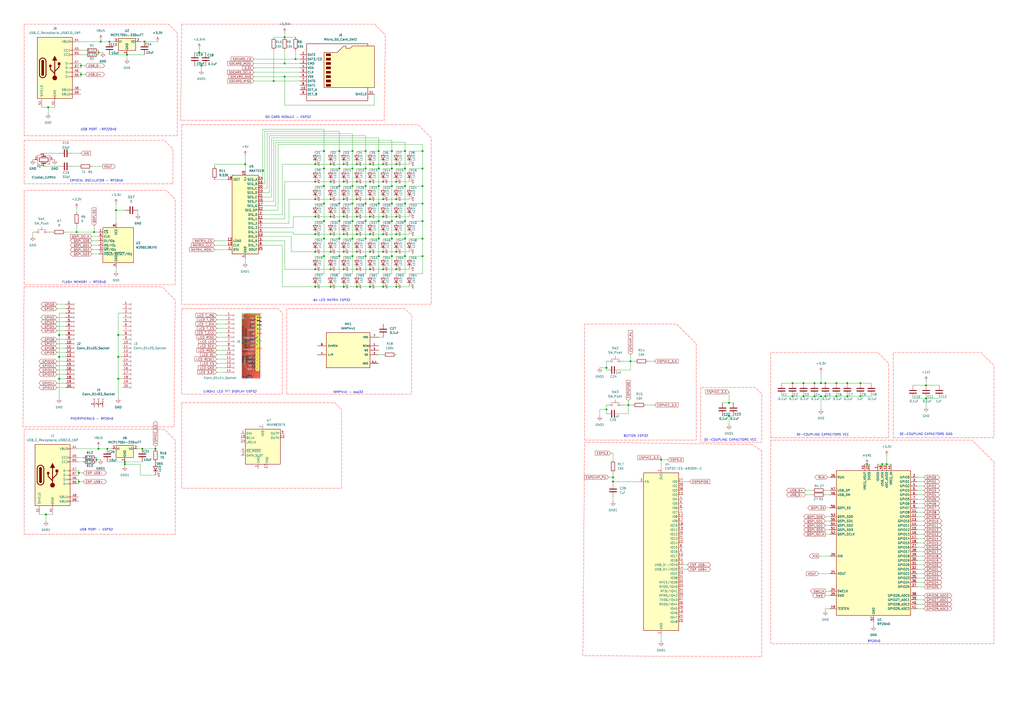
<source format=kicad_sch>
(kicad_sch (version 20250114) (generator "eeschema") (generator_version "9.0")
  (paper "A2")
  (lib_symbols
    (symbol "Audio:MAX98357A"
      (property "Reference" "U" (at -8.89 11.43 0))
      (property "Value" "MAX98357A" (at 10.16 11.43 0))
      (symbol "MAX98357A_1_1"
        (pin input line (at -12.7 7.62 0) (length 2.54) (name "DIN") (number "1"))
        (pin input line (at -12.7 5.08 0) (length 2.54) (name "BCLK") (number "16"))
        (pin input line (at -12.7 2.54 0) (length 2.54) (name "LRCLK") (number "14"))
        (pin input line (at -12.7 -2.54 0) (length 2.54) (name "~{SD_MODE}") (number "4"))
        (pin passive line (at -12.7 -5.08 0) (length 2.54) (name "GAIN_SLOT") (number "2"))
        (pin passive line (at -2.54 -12.7 90) (length 2.54) (hide yes) (name "GND") (number "11"))
        (pin passive line (at -2.54 -12.7 90) (length 2.54) (hide yes) (name "GND") (number "15"))
        (pin power_in line (at -2.54 -12.7 90) (length 2.54) (name "GND") (number "3"))
        (pin power_in line (at 0 12.7 270) (length 2.54) (name "VDD") (number "7"))
        (pin passive line (at 0 12.7 270) (length 2.54) (hide yes) (name "VDD") (number "8"))
        (pin unspecified line (at 2.54 -12.7 90) (length 2.54) (name "PAD") (number "17"))
        (pin no_connect line (at 10.16 2.54 180) (length 2.54) (hide yes) (name "NC") (number "5"))
        (pin no_connect line (at 10.16 0 180) (length 2.54) (hide yes) (name "NC") (number "6"))
        (pin no_connect line (at 10.16 -5.08 180) (length 2.54) (hide yes) (name "NC") (number "12"))
        (pin no_connect line (at 10.16 -7.62 180) (length 2.54) (hide yes) (name "NC") (number "13"))
        (pin output line (at 12.7 7.62 180) (length 2.54) (name "OUTP") (number "9"))
        (pin output line (at 12.7 5.08 180) (length 2.54) (name "OUTN") (number "10"))
      )
    )
    (symbol "Connector:Conn_01x03_Socket" (pin_names (offset 1.016) (hide yes))
      (property "Reference" "J" (at 0 5.08 0))
      (property "Value" "Conn_01x03_Socket" (at 0 -5.08 0))
      (symbol "Conn_01x03_Socket_1_1"
        (pin passive line (at -5.08 2.54 0) (length 3.81) (name "Pin_1") (number "1"))
        (pin passive line (at -5.08 0 0) (length 3.81) (name "Pin_2") (number "2"))
        (pin passive line (at -5.08 -2.54 0) (length 3.81) (name "Pin_3") (number "3"))
      )
    )
    (symbol "Connector:Conn_01x14_Socket" (pin_names (offset 1.016) (hide yes))
      (property "Reference" "J" (at 0 17.78 0))
      (property "Value" "Conn_01x14_Socket" (at 0 -20.32 0))
      (symbol "Conn_01x14_Socket_1_1"
        (pin passive line (at -5.08 15.24 0) (length 3.81) (name "Pin_1") (number "1"))
        (pin passive line (at -5.08 12.7 0) (length 3.81) (name "Pin_2") (number "2"))
        (pin passive line (at -5.08 10.16 0) (length 3.81) (name "Pin_3") (number "3"))
        (pin passive line (at -5.08 7.62 0) (length 3.81) (name "Pin_4") (number "4"))
        (pin passive line (at -5.08 5.08 0) (length 3.81) (name "Pin_5") (number "5"))
        (pin passive line (at -5.08 2.54 0) (length 3.81) (name "Pin_6") (number "6"))
        (pin passive line (at -5.08 0 0) (length 3.81) (name "Pin_7") (number "7"))
        (pin passive line (at -5.08 -2.54 0) (length 3.81) (name "Pin_8") (number "8"))
        (pin passive line (at -5.08 -5.08 0) (length 3.81) (name "Pin_9") (number "9"))
        (pin passive line (at -5.08 -7.62 0) (length 3.81) (name "Pin_10") (number "10"))
        (pin passive line (at -5.08 -10.16 0) (length 3.81) (name "Pin_11") (number "11"))
        (pin passive line (at -5.08 -12.7 0) (length 3.81) (name "Pin_12") (number "12"))
        (pin passive line (at -5.08 -15.24 0) (length 3.81) (name "Pin_13") (number "13"))
        (pin passive line (at -5.08 -17.78 0) (length 3.81) (name "Pin_14") (number "14"))
      )
    )
    (symbol "Connector:Conn_01x20_Socket" (pin_names (offset 1.016) (hide yes))
      (property "Reference" "J" (at 0 25.4 0))
      (property "Value" "Conn_01x20_Socket" (at 0 -27.94 0))
      (symbol "Conn_01x20_Socket_1_1"
        (pin passive line (at -5.08 22.86 0) (length 3.81) (name "Pin_1") (number "1"))
        (pin passive line (at -5.08 20.32 0) (length 3.81) (name "Pin_2") (number "2"))
        (pin passive line (at -5.08 17.78 0) (length 3.81) (name "Pin_3") (number "3"))
        (pin passive line (at -5.08 15.24 0) (length 3.81) (name "Pin_4") (number "4"))
        (pin passive line (at -5.08 12.7 0) (length 3.81) (name "Pin_5") (number "5"))
        (pin passive line (at -5.08 10.16 0) (length 3.81) (name "Pin_6") (number "6"))
        (pin passive line (at -5.08 7.62 0) (length 3.81) (name "Pin_7") (number "7"))
        (pin passive line (at -5.08 5.08 0) (length 3.81) (name "Pin_8") (number "8"))
        (pin passive line (at -5.08 2.54 0) (length 3.81) (name "Pin_9") (number "9"))
        (pin passive line (at -5.08 0 0) (length 3.81) (name "Pin_10") (number "10"))
        (pin passive line (at -5.08 -2.54 0) (length 3.81) (name "Pin_11") (number "11"))
        (pin passive line (at -5.08 -5.08 0) (length 3.81) (name "Pin_12") (number "12"))
        (pin passive line (at -5.08 -7.62 0) (length 3.81) (name "Pin_13") (number "13"))
        (pin passive line (at -5.08 -10.16 0) (length 3.81) (name "Pin_14") (number "14"))
        (pin passive line (at -5.08 -12.7 0) (length 3.81) (name "Pin_15") (number "15"))
        (pin passive line (at -5.08 -15.24 0) (length 3.81) (name "Pin_16") (number "16"))
        (pin passive line (at -5.08 -17.78 0) (length 3.81) (name "Pin_17") (number "17"))
        (pin passive line (at -5.08 -20.32 0) (length 3.81) (name "Pin_18") (number "18"))
        (pin passive line (at -5.08 -22.86 0) (length 3.81) (name "Pin_19") (number "19"))
        (pin passive line (at -5.08 -25.4 0) (length 3.81) (name "Pin_20") (number "20"))
      )
    )
    (symbol "Connector:Micro_SD_Card_Det2"
      (property "Reference" "J" (at -16.51 17.78 0))
      (property "Value" "Micro_SD_Card_Det2" (at 16.51 17.78 0))
      (symbol "Micro_SD_Card_Det2_1_1"
        (pin bidirectional line (at -22.86 10.16 0) (length 3.81) (name "DAT2") (number "1"))
        (pin bidirectional line (at -22.86 7.62 0) (length 3.81) (name "DAT3/CD") (number "2"))
        (pin input line (at -22.86 5.08 0) (length 3.81) (name "CMD") (number "3"))
        (pin power_in line (at -22.86 2.54 0) (length 3.81) (name "VDD") (number "4"))
        (pin input line (at -22.86 0 0) (length 3.81) (name "CLK") (number "5"))
        (pin power_in line (at -22.86 -2.54 0) (length 3.81) (name "VSS") (number "6"))
        (pin bidirectional line (at -22.86 -5.08 0) (length 3.81) (name "DAT0") (number "7"))
        (pin bidirectional line (at -22.86 -7.62 0) (length 3.81) (name "DAT1") (number "8"))
        (pin passive line (at -22.86 -10.16 0) (length 3.81) (name "DET_A") (number "10"))
        (pin passive line (at -22.86 -12.7 0) (length 3.81) (name "DET_B") (number "9"))
        (pin passive line (at 20.32 -12.7 180) (length 3.81) (name "SHIELD") (number "11"))
      )
    )
    (symbol "Connector:USB_C_Receptacle_USB2.0_16P" (pin_names (offset 1.016))
      (property "Reference" "J" (at 0 22.225 0))
      (property "Value" "USB_C_Receptacle_USB2.0_16P" (at 0 19.685 0))
      (symbol "USB_C_Receptacle_USB2.0_16P_1_1"
        (pin passive line (at -7.62 -22.86 90) (length 5.08) (name "SHIELD") (number "S1"))
        (pin passive line (at 0 -22.86 90) (length 5.08) (name "GND") (number "A1"))
        (pin passive line (at 0 -22.86 90) (length 5.08) (hide yes) (name "GND") (number "A12"))
        (pin passive line (at 0 -22.86 90) (length 5.08) (hide yes) (name "GND") (number "B1"))
        (pin passive line (at 0 -22.86 90) (length 5.08) (hide yes) (name "GND") (number "B12"))
        (pin passive line (at 15.24 15.24 180) (length 5.08) (name "VBUS") (number "A4"))
        (pin passive line (at 15.24 15.24 180) (length 5.08) (hide yes) (name "VBUS") (number "A9"))
        (pin passive line (at 15.24 15.24 180) (length 5.08) (hide yes) (name "VBUS") (number "B4"))
        (pin passive line (at 15.24 15.24 180) (length 5.08) (hide yes) (name "VBUS") (number "B9"))
        (pin bidirectional line (at 15.24 10.16 180) (length 5.08) (name "CC1") (number "A5"))
        (pin bidirectional line (at 15.24 7.62 180) (length 5.08) (name "CC2") (number "B5"))
        (pin bidirectional line (at 15.24 2.54 180) (length 5.08) (name "D-") (number "A7"))
        (pin bidirectional line (at 15.24 0 180) (length 5.08) (name "D-") (number "B7"))
        (pin bidirectional line (at 15.24 -2.54 180) (length 5.08) (name "D+") (number "A6"))
        (pin bidirectional line (at 15.24 -5.08 180) (length 5.08) (name "D+") (number "B6"))
        (pin bidirectional line (at 15.24 -12.7 180) (length 5.08) (name "SBU1") (number "A8"))
        (pin bidirectional line (at 15.24 -15.24 180) (length 5.08) (name "SBU2") (number "B8"))
      )
    )
    (symbol "Device:C" (pin_numbers (hide yes)) (pin_names (offset 0.254))
      (property "Reference" "C" (at 0.635 2.54 0))
      (property "Value" "C" (at 0.635 -2.54 0))
      (symbol "C_1_1"
        (pin passive line (at 0 3.81 270) (length 2.794) (name "~") (number "1"))
        (pin passive line (at 0 -3.81 90) (length 2.794) (name "~") (number "2"))
      )
    )
    (symbol "Device:Crystal_GND24" (pin_names (offset 1.016) (hide yes))
      (property "Reference" "Y" (at 3.175 5.08 0))
      (property "Value" "Crystal_GND24" (at 3.175 3.175 0))
      (symbol "Crystal_GND24_1_1"
        (pin passive line (at -3.81 0 0) (length 1.27) (name "1") (number "1"))
        (pin passive line (at 0 5.08 270) (length 1.27) (name "2") (number "2"))
        (pin passive line (at 0 -5.08 90) (length 1.27) (name "4") (number "4"))
        (pin passive line (at 3.81 0 180) (length 1.27) (name "3") (number "3"))
      )
    )
    (symbol "Device:LED" (pin_numbers (hide yes)) (pin_names (offset 1.016) (hide yes))
      (property "Reference" "D" (at 0 2.54 0))
      (property "Value" "LED" (at 0 -2.54 0))
      (symbol "LED_1_1"
        (pin passive line (at -3.81 0 0) (length 2.54) (name "K") (number "1"))
        (pin passive line (at 3.81 0 180) (length 2.54) (name "A") (number "2"))
      )
    )
    (symbol "Device:R" (pin_numbers (hide yes)) (pin_names (offset 0))
      (property "Reference" "R" (at 2.032 0 90))
      (property "Value" "R" (at 0 0 90))
      (symbol "R_1_1"
        (pin passive line (at 0 3.81 270) (length 1.27) (name "~") (number "1"))
        (pin passive line (at 0 -3.81 90) (length 1.27) (name "~") (number "2"))
      )
    )
    (symbol "Driver_LED:MAX7219"
      (property "Reference" "U" (at -6.35 24.13 0))
      (property "Value" "MAX7219" (at 1.27 25.4 0))
      (symbol "MAX7219_1_1"
        (pin input line (at -10.16 20.32 0) (length 2.54) (name "ISET") (number "18"))
        (pin input line (at -10.16 -15.24 0) (length 2.54) (name "LOAD") (number "12"))
        (pin input line (at -10.16 -17.78 0) (length 2.54) (name "CLK") (number "13"))
        (pin input line (at -10.16 -20.32 0) (length 2.54) (name "DIN") (number "1"))
        (pin power_in line (at 0 25.4 270) (length 2.54) (name "V+") (number "19"))
        (pin power_in line (at 0 -25.4 90) (length 2.54) (name "GND") (number "4"))
        (pin passive line (at 0 -25.4 90) (length 2.54) (hide yes) (name "GND") (number "9"))
        (pin output line (at 10.16 20.32 180) (length 2.54) (name "SEG_A") (number "14"))
        (pin output line (at 10.16 17.78 180) (length 2.54) (name "SEG_B") (number "16"))
        (pin output line (at 10.16 15.24 180) (length 2.54) (name "SEG_C") (number "20"))
        (pin output line (at 10.16 12.7 180) (length 2.54) (name "SEG_D") (number "23"))
        (pin output line (at 10.16 10.16 180) (length 2.54) (name "SEG_E") (number "21"))
        (pin output line (at 10.16 7.62 180) (length 2.54) (name "SEG_F") (number "15"))
        (pin output line (at 10.16 5.08 180) (length 2.54) (name "SEG_G") (number "17"))
        (pin output line (at 10.16 2.54 180) (length 2.54) (name "SEG_DP") (number "22"))
        (pin output line (at 10.16 0 180) (length 2.54) (name "DIG_0") (number "2"))
        (pin output line (at 10.16 -2.54 180) (length 2.54) (name "DIG_1") (number "11"))
        (pin output line (at 10.16 -5.08 180) (length 2.54) (name "DIG_2") (number "6"))
        (pin output line (at 10.16 -7.62 180) (length 2.54) (name "DIG_3") (number "7"))
        (pin output line (at 10.16 -10.16 180) (length 2.54) (name "DIG_4") (number "3"))
        (pin output line (at 10.16 -12.7 180) (length 2.54) (name "DIG_5") (number "10"))
        (pin output line (at 10.16 -15.24 180) (length 2.54) (name "DIG_6") (number "5"))
        (pin output line (at 10.16 -17.78 180) (length 2.54) (name "DIG_7") (number "8"))
        (pin output line (at 10.16 -20.32 180) (length 2.54) (name "DOUT") (number "24"))
      )
    )
    (symbol "INMP441:INMP441" (pin_names (offset 1.016))
      (property "Reference" "MK" (at -12.7 10.795 0))
      (property "Value" "INMP441" (at -12.7 -12.7 0))
      (symbol "INMP441_0_0"
        (pin input line (at -17.78 2.54 0) (length 5.08) (name "CHIPEN") (number "8"))
        (pin input line (at -17.78 -2.54 0) (length 5.08) (name "L/R") (number "4"))
        (pin power_in line (at 17.78 7.62 180) (length 5.08) (name "VDD") (number "7"))
        (pin input clock (at 17.78 2.54 180) (length 5.08) (name "SCK") (number "1"))
        (pin input line (at 17.78 0 180) (length 5.08) (name "WS") (number "3"))
        (pin bidirectional line (at 17.78 -2.54 180) (length 5.08) (name "SD") (number "2"))
        (pin power_in line (at 17.78 -7.62 180) (length 5.08) (name "GND") (number "5_1"))
        (pin power_in line (at 17.78 -7.62 180) (length 5.08) (hide yes) (name "GND") (number "5_2"))
        (pin power_in line (at 17.78 -7.62 180) (length 5.08) (hide yes) (name "GND") (number "6"))
        (pin power_in line (at 17.78 -7.62 180) (length 5.08) (hide yes) (name "GND") (number "9"))
      )
    )
    (symbol "MCU_RaspberryPi:RP2040"
      (property "Reference" "U" (at 17.78 45.72 0))
      (property "Value" "RP2040" (at 17.78 43.18 0))
      (symbol "RP2040_1_1"
        (pin input line (at -25.4 38.1 0) (length 3.81) (name "RUN") (number "26"))
        (pin bidirectional line (at -25.4 30.48 0) (length 3.81) (name "USB_DP") (number "47"))
        (pin bidirectional line (at -25.4 27.94 0) (length 3.81) (name "USB_DM") (number "46"))
        (pin bidirectional line (at -25.4 20.32 0) (length 3.81) (name "QSPI_SS") (number "56"))
        (pin bidirectional line (at -25.4 15.24 0) (length 3.81) (name "QSPI_SD0") (number "53"))
        (pin bidirectional line (at -25.4 12.7 0) (length 3.81) (name "QSPI_SD1") (number "55"))
        (pin bidirectional line (at -25.4 10.16 0) (length 3.81) (name "QSPI_SD2") (number "54"))
        (pin bidirectional line (at -25.4 7.62 0) (length 3.81) (name "QSPI_SD3") (number "51"))
        (pin output line (at -25.4 5.08 0) (length 3.81) (name "QSPI_SCLK") (number "52"))
        (pin input line (at -25.4 -7.62 0) (length 3.81) (name "XIN") (number "20"))
        (pin passive line (at -25.4 -17.78 0) (length 3.81) (name "XOUT") (number "21"))
        (pin input line (at -25.4 -27.94 0) (length 3.81) (name "SWCLK") (number "24"))
        (pin bidirectional line (at -25.4 -30.48 0) (length 3.81) (name "SWD") (number "25"))
        (pin input line (at -25.4 -38.1 0) (length 3.81) (name "TESTEN") (number "19"))
        (pin power_out line (at -5.08 45.72 270) (length 3.81) (name "VREG_VOUT") (number "45"))
        (pin power_in line (at -2.54 45.72 270) (length 3.81) (name "DVDD") (number "23"))
        (pin passive line (at -2.54 45.72 270) (length 3.81) (hide yes) (name "DVDD") (number "50"))
        (pin power_in line (at 0 -45.72 90) (length 3.81) (name "GND") (number "57"))
        (pin power_in line (at 2.54 45.72 270) (length 3.81) (name "IOVDD") (number "1"))
        (pin passive line (at 2.54 45.72 270) (length 3.81) (hide yes) (name "IOVDD") (number "10"))
        (pin passive line (at 2.54 45.72 270) (length 3.81) (hide yes) (name "IOVDD") (number "22"))
        (pin passive line (at 2.54 45.72 270) (length 3.81) (hide yes) (name "IOVDD") (number "33"))
        (pin passive line (at 2.54 45.72 270) (length 3.81) (hide yes) (name "IOVDD") (number "42"))
        (pin passive line (at 2.54 45.72 270) (length 3.81) (hide yes) (name "IOVDD") (number "49"))
        (pin power_in line (at 5.08 45.72 270) (length 3.81) (name "USB_VDD") (number "48"))
        (pin power_in line (at 7.62 45.72 270) (length 3.81) (name "ADC_AVDD") (number "43"))
        (pin power_in line (at 10.16 45.72 270) (length 3.81) (name "VREG_IN") (number "44"))
        (pin bidirectional line (at 25.4 38.1 180) (length 3.81) (name "GPIO0") (number "2"))
        (pin bidirectional line (at 25.4 35.56 180) (length 3.81) (name "GPIO1") (number "3"))
        (pin bidirectional line (at 25.4 33.02 180) (length 3.81) (name "GPIO2") (number "4"))
        (pin bidirectional line (at 25.4 30.48 180) (length 3.81) (name "GPIO3") (number "5"))
        (pin bidirectional line (at 25.4 27.94 180) (length 3.81) (name "GPIO4") (number "6"))
        (pin bidirectional line (at 25.4 25.4 180) (length 3.81) (name "GPIO5") (number "7"))
        (pin bidirectional line (at 25.4 22.86 180) (length 3.81) (name "GPIO6") (number "8"))
        (pin bidirectional line (at 25.4 20.32 180) (length 3.81) (name "GPIO7") (number "9"))
        (pin bidirectional line (at 25.4 17.78 180) (length 3.81) (name "GPIO8") (number "11"))
        (pin bidirectional line (at 25.4 15.24 180) (length 3.81) (name "GPIO9") (number "12"))
        (pin bidirectional line (at 25.4 12.7 180) (length 3.81) (name "GPIO10") (number "13"))
        (pin bidirectional line (at 25.4 10.16 180) (length 3.81) (name "GPIO11") (number "14"))
        (pin bidirectional line (at 25.4 7.62 180) (length 3.81) (name "GPIO12") (number "15"))
        (pin bidirectional line (at 25.4 5.08 180) (length 3.81) (name "GPIO13") (number "16"))
        (pin bidirectional line (at 25.4 2.54 180) (length 3.81) (name "GPIO14") (number "17"))
        (pin bidirectional line (at 25.4 0 180) (length 3.81) (name "GPIO15") (number "18"))
        (pin bidirectional line (at 25.4 -2.54 180) (length 3.81) (name "GPIO16") (number "27"))
        (pin bidirectional line (at 25.4 -5.08 180) (length 3.81) (name "GPIO17") (number "28"))
        (pin bidirectional line (at 25.4 -7.62 180) (length 3.81) (name "GPIO18") (number "29"))
        (pin bidirectional line (at 25.4 -10.16 180) (length 3.81) (name "GPIO19") (number "30"))
        (pin bidirectional line (at 25.4 -12.7 180) (length 3.81) (name "GPIO20") (number "31"))
        (pin bidirectional line (at 25.4 -15.24 180) (length 3.81) (name "GPIO21") (number "32"))
        (pin bidirectional line (at 25.4 -17.78 180) (length 3.81) (name "GPIO22") (number "34"))
        (pin bidirectional line (at 25.4 -20.32 180) (length 3.81) (name "GPIO23") (number "35"))
        (pin bidirectional line (at 25.4 -22.86 180) (length 3.81) (name "GPIO24") (number "36"))
        (pin bidirectional line (at 25.4 -25.4 180) (length 3.81) (name "GPIO25") (number "37"))
        (pin bidirectional line (at 25.4 -30.48 180) (length 3.81) (name "GPIO26_ADC0") (number "38"))
        (pin bidirectional line (at 25.4 -33.02 180) (length 3.81) (name "GPIO27_ADC1") (number "39"))
        (pin bidirectional line (at 25.4 -35.56 180) (length 3.81) (name "GPIO28_ADC2") (number "40"))
        (pin bidirectional line (at 25.4 -38.1 180) (length 3.81) (name "GPIO29_ADC3") (number "41"))
      )
    )
    (symbol "Memory_Flash:W25Q128JVS"
      (property "Reference" "U" (at -6.35 11.43 0))
      (property "Value" "W25Q128JVS" (at 7.62 11.43 0))
      (symbol "W25Q128JVS_1_1"
        (pin input line (at -10.16 7.62 0) (length 2.54) (name "~{CS}") (number "1"))
        (pin input line (at -10.16 5.08 0) (length 2.54) (name "CLK") (number "6"))
        (pin bidirectional line (at -10.16 2.54 0) (length 2.54) (name "DI/IO_{0}") (number "5"))
        (pin bidirectional line (at -10.16 0 0) (length 2.54) (name "DO/IO_{1}") (number "2"))
        (pin bidirectional line (at -10.16 -2.54 0) (length 2.54) (name "~{WP}/IO_{2}") (number "3"))
        (pin bidirectional line (at -10.16 -5.08 0) (length 2.54) (name "~{HOLD}/~{RESET}/IO_{3}") (number "7"))
        (pin power_in line (at 0 12.7 270) (length 2.54) (name "VCC") (number "8"))
        (pin power_in line (at 0 -12.7 90) (length 2.54) (name "GND") (number "4"))
      )
    )
    (symbol "RF_Module:ESP32-S3-WROOM-2"
      (property "Reference" "U" (at -10.16 45.72 0))
      (property "Value" "ESP32-S3-WROOM-2" (at 2.54 45.72 0))
      (symbol "ESP32-S3-WROOM-2_1_1"
        (pin input line (at -12.7 40.64 0) (length 2.54) (name "EN") (number "3"))
        (pin no_connect line (at -10.16 -35.56 0) (length 2.54) (hide yes) (name "NC") (number "28"))
        (pin no_connect line (at -10.16 -38.1 0) (length 2.54) (hide yes) (name "NC") (number "29"))
        (pin no_connect line (at -10.16 -40.64 0) (length 2.54) (hide yes) (name "NC") (number "30"))
        (pin power_in line (at 0 48.26 270) (length 2.54) (name "3V3") (number "2"))
        (pin power_in line (at 0 -48.26 90) (length 2.54) (name "GND") (number "1"))
        (pin passive line (at 0 -48.26 90) (length 2.54) (hide yes) (name "GND") (number "40"))
        (pin passive line (at 0 -48.26 90) (length 2.54) (hide yes) (name "GND") (number "41"))
        (pin bidirectional line (at 12.7 40.64 180) (length 2.54) (name "IO0") (number "27"))
        (pin bidirectional line (at 12.7 38.1 180) (length 2.54) (name "IO1") (number "39"))
        (pin bidirectional line (at 12.7 35.56 180) (length 2.54) (name "IO2") (number "38"))
        (pin bidirectional line (at 12.7 33.02 180) (length 2.54) (name "IO3") (number "15"))
        (pin bidirectional line (at 12.7 30.48 180) (length 2.54) (name "IO4") (number "4"))
        (pin bidirectional line (at 12.7 27.94 180) (length 2.54) (name "IO5") (number "5"))
        (pin bidirectional line (at 12.7 25.4 180) (length 2.54) (name "IO6") (number "6"))
        (pin bidirectional line (at 12.7 22.86 180) (length 2.54) (name "IO7") (number "7"))
        (pin bidirectional line (at 12.7 20.32 180) (length 2.54) (name "IO8") (number "12"))
        (pin bidirectional line (at 12.7 17.78 180) (length 2.54) (name "IO9") (number "17"))
        (pin bidirectional line (at 12.7 15.24 180) (length 2.54) (name "IO10") (number "18"))
        (pin bidirectional line (at 12.7 12.7 180) (length 2.54) (name "IO11") (number "19"))
        (pin bidirectional line (at 12.7 10.16 180) (length 2.54) (name "IO12") (number "20"))
        (pin bidirectional line (at 12.7 7.62 180) (length 2.54) (name "IO13") (number "21"))
        (pin bidirectional line (at 12.7 5.08 180) (length 2.54) (name "IO14") (number "22"))
        (pin bidirectional line (at 12.7 2.54 180) (length 2.54) (name "IO15") (number "8"))
        (pin bidirectional line (at 12.7 0 180) (length 2.54) (name "IO16") (number "9"))
        (pin bidirectional line (at 12.7 -2.54 180) (length 2.54) (name "IO17") (number "10"))
        (pin bidirectional line (at 12.7 -5.08 180) (length 2.54) (name "IO18") (number "11"))
        (pin bidirectional line (at 12.7 -7.62 180) (length 2.54) (name "USB_D-/IO19") (number "13"))
        (pin bidirectional line (at 12.7 -10.16 180) (length 2.54) (name "USB_D+/IO20") (number "14"))
        (pin bidirectional line (at 12.7 -12.7 180) (length 2.54) (name "IO21") (number "23"))
        (pin bidirectional line (at 12.7 -15.24 180) (length 2.54) (name "IO38") (number "31"))
        (pin bidirectional line (at 12.7 -17.78 180) (length 2.54) (name "MTCK/IO39") (number "32"))
        (pin bidirectional line (at 12.7 -20.32 180) (length 2.54) (name "MTDO/IO40") (number "33"))
        (pin bidirectional line (at 12.7 -22.86 180) (length 2.54) (name "MTDI/IO41") (number "34"))
        (pin bidirectional line (at 12.7 -25.4 180) (length 2.54) (name "MTMS/IO42") (number "35"))
        (pin bidirectional line (at 12.7 -27.94 180) (length 2.54) (name "TXD0/IO43") (number "37"))
        (pin bidirectional line (at 12.7 -30.48 180) (length 2.54) (name "RXD0/IO44") (number "36"))
        (pin bidirectional line (at 12.7 -33.02 180) (length 2.54) (name "IO45") (number "26"))
        (pin bidirectional line (at 12.7 -35.56 180) (length 2.54) (name "IO46") (number "16"))
        (pin bidirectional line (at 12.7 -38.1 180) (length 2.54) (name "IO47") (number "24"))
        (pin bidirectional line (at 12.7 -40.64 180) (length 2.54) (name "IO48") (number "25"))
      )
    )
    (symbol "Regulator_Linear:MCP1700x-330xxTT" (pin_names (offset 0.254))
      (property "Reference" "U" (at -3.81 3.175 0))
      (property "Value" "MCP1700x-330xxTT" (at 0 3.175 0))
      (symbol "MCP1700x-330xxTT_1_1"
        (pin power_in line (at -7.62 0 0) (length 2.54) (name "VI") (number "3"))
        (pin power_in line (at 0 -7.62 90) (length 2.54) (name "GND") (number "1"))
        (pin power_out line (at 7.62 0 180) (length 2.54) (name "VO") (number "2"))
      )
    )
    (symbol "Switch:SW_Push" (pin_numbers (hide yes)) (pin_names (offset 1.016) (hide yes))
      (property "Reference" "SW" (at 1.27 2.54 0))
      (property "Value" "SW_Push" (at 0 -1.524 0))
      (symbol "SW_Push_0_1"
        (pin passive line (at -5.08 0 0) (length 2.54) (name "1") (number "1"))
        (pin passive line (at 5.08 0 180) (length 2.54) (name "2") (number "2"))
      )
    )
    (symbol "power:+1V1" (power) (pin_numbers (hide yes)) (pin_names (offset 0) (hide yes))
      (property "Value" "+1V1" (at 0 3.556 0))
      (symbol "+1V1_1_1"
        (pin power_in line (at 0 0 90) (length 0) (name "~") (number "1"))
      )
    )
    (symbol "power:+3.3V" (power) (pin_numbers (hide yes)) (pin_names (offset 0) (hide yes))
      (property "Value" "+3.3V" (at 0 3.556 0))
      (symbol "+3.3V_1_1"
        (pin power_in line (at 0 0 90) (length 0) (name "~") (number "1"))
      )
    )
    (symbol "power:+3.3VA" (power) (pin_numbers (hide yes)) (pin_names (offset 0) (hide yes))
      (property "Value" "+3.3VA" (at 0 3.556 0))
      (symbol "+3.3VA_1_1"
        (pin power_in line (at 0 0 90) (length 0) (name "~") (number "1"))
      )
    )
    (symbol "power:+5V" (power) (pin_numbers (hide yes)) (pin_names (offset 0) (hide yes))
      (property "Value" "+5V" (at 0 3.556 0))
      (symbol "+5V_1_1"
        (pin power_in line (at 0 0 90) (length 0) (name "~") (number "1"))
      )
    )
    (symbol "power:GND" (power) (pin_numbers (hide yes)) (pin_names (offset 0) (hide yes))
      (property "Value" "GND" (at 0 -3.81 0))
      (symbol "GND_1_1"
        (pin power_in line (at 0 0 270) (length 0) (name "~") (number "1"))
      )
    )
    (symbol "power:GND1" (power) (pin_numbers (hide yes)) (pin_names (offset 0) (hide yes))
      (property "Value" "GND1" (at 0 -3.81 0))
      (symbol "GND1_1_1"
        (pin power_in line (at 0 0 270) (length 0) (name "~") (number "1"))
      )
    )
    (symbol "power:VBUS" (power) (pin_numbers (hide yes)) (pin_names (offset 0) (hide yes))
      (property "Value" "VBUS" (at 0 3.556 0))
      (symbol "VBUS_1_1"
        (pin power_in line (at 0 0 90) (length 0) (name "~") (number "1"))
      )
    )
  )
  (text "64 LED MATRIX ESP32\n" (at 192.532 174.244 0) (effects (font (size 1.27 1.27))))
  (text "DE-COUPLING CAPACITORS VCC" (at 423.672 255.27 0) (effects (font (size 1.27 1.27))))
  (text "USB PORT - ESP32\n\n" (at 55.88 308.356 0) (effects (font (size 1.27 1.27))))
  (text "DE-COUPLING CAPACITORS VCC" (at 477.266 252.222 0) (effects (font (size 1.27 1.27))))
  (text "RP2040" (at 506.984 372.11 0) (effects (font (size 1.27 1.27))))
  (text "CRYSTAL OSCILLATOR - RP2040" (at 55.88 104.902 0) (effects (font (size 1.27 1.27))))
  (text "PHERIPHERALS - RP2040" (at 53.34 243.078 0) (effects (font (size 1.27 1.27))))
  (text "BUTTON ESP32\n" (at 368.808 252.984 0) (effects (font (size 1.27 1.27))))
  (text "ILI9341 LCD TFT DISPLAY ESP32" (at 133.35 227.33 0) (effects (font (size 1.27 1.27))))
  (text "FLASH MEMORY - RP2040\n" (at 48.768 163.83 0) (effects (font (size 1.27 1.27))))
  (text "DE-COUPLING CAPACITORS GND\n" (at 537.21 251.968 0) (effects (font (size 1.27 1.27))))
  (text "USB PORT -RP22040\n\n" (at 57.15 76.2 0) (effects (font (size 1.27 1.27))))
  (text "SD CARD MODULE - ESP32" (at 167.132 68.072 0) (effects (font (size 1.27 1.27))))
  (text "INMP441 - esp32\n" (at 201.93 227.584 0) (effects (font (size 1.27 1.27))))
  (junction (at 485.14 222.25))
  (junction (at 214.63 115.57))
  (junction (at 158.75 46.99))
  (junction (at 191.77 95.25))
  (junction (at 46.99 38.1))
  (junction (at 196.85 128.27))
  (junction (at 204.47 148.59))
  (junction (at 222.25 135.89))
  (junction (at 45.72 279.4))
  (junction (at 499.11 229.87))
  (junction (at 472.44 229.87))
  (junction (at 234.95 148.59))
  (junction (at 476.25 229.87))
  (junction (at 459.74 222.25))
  (junction (at 472.44 222.25))
  (junction (at 219.71 118.11))
  (junction (at 491.49 229.87))
  (junction (at 199.39 156.21))
  (junction (at 207.01 166.37))
  (junction (at 44.45 134.62))
  (junction (at 383.54 266.7))
  (junction (at 142.24 95.25))
  (junction (at 485.14 229.87))
  (junction (at 234.95 138.43))
  (junction (at 466.09 229.87))
  (junction (at 204.47 128.27))
  (junction (at 355.6 276.86))
  (junction (at 182.88 146.05))
  (junction (at 227.33 87.63))
  (junction (at 116.84 38.1))
  (junction (at 191.77 115.57))
  (junction (at 234.95 97.79))
  (junction (at 227.33 138.43))
  (junction (at 204.47 97.79))
  (junction (at 191.77 105.41))
  (junction (at 212.09 87.63))
  (junction (at 219.71 148.59))
  (junction (at 229.87 166.37))
  (junction (at 115.57 30.48))
  (junction (at 491.49 222.25))
  (junction (at 365.76 209.55))
  (junction (at 214.63 135.89))
  (junction (at 207.01 156.21))
  (junction (at 199.39 135.89))
  (junction (at 229.87 146.05))
  (junction (at 204.47 107.95))
  (junction (at 229.87 125.73))
  (junction (at 191.77 156.21))
  (junction (at 165.1 21.59))
  (junction (at 537.21 223.52))
  (junction (at 182.88 125.73))
  (junction (at 204.47 87.63))
  (junction (at 34.29 219.71))
  (junction (at 187.96 148.59))
  (junction (at 234.95 107.95))
  (junction (at 90.17 260.35))
  (junction (at 222.25 105.41))
  (junction (at 182.88 95.25))
  (junction (at 245.11 97.79))
  (junction (at 459.74 229.87))
  (junction (at 58.42 24.13))
  (junction (at 214.63 105.41))
  (junction (at 191.77 125.73))
  (junction (at 196.85 97.79))
  (junction (at 199.39 105.41))
  (junction (at 245.11 87.63))
  (junction (at 171.45 34.29))
  (junction (at 199.39 115.57))
  (junction (at 191.77 135.89))
  (junction (at 63.5 24.13))
  (junction (at 222.25 146.05))
  (junction (at 196.85 87.63))
  (junction (at 537.21 231.14))
  (junction (at 212.09 97.79))
  (junction (at 214.63 166.37))
  (junction (at 34.29 194.31))
  (junction (at 234.95 87.63))
  (junction (at 196.85 118.11))
  (junction (at 245.11 148.59))
  (junction (at 72.39 269.24))
  (junction (at 212.09 138.43))
  (junction (at 187.96 138.43))
  (junction (at 57.15 260.35))
  (junction (at 182.88 115.57))
  (junction (at 227.33 118.11))
  (junction (at 182.88 156.21))
  (junction (at 204.47 118.11))
  (junction (at 45.72 274.32))
  (junction (at 68.58 219.71))
  (junction (at 62.23 260.35))
  (junction (at 219.71 87.63))
  (junction (at 83.82 24.13))
  (junction (at 227.33 97.79))
  (junction (at 67.31 121.92))
  (junction (at 212.09 107.95))
  (junction (at 191.77 146.05))
  (junction (at 229.87 105.41))
  (junction (at 245.11 107.95))
  (junction (at 26.67 298.45))
  (junction (at 229.87 135.89))
  (junction (at 511.81 269.24))
  (junction (at 222.25 125.73))
  (junction (at 196.85 138.43))
  (junction (at 234.95 128.27))
  (junction (at 219.71 107.95))
  (junction (at 46.99 43.18))
  (junction (at 502.92 269.24))
  (junction (at 245.11 138.43))
  (junction (at 229.87 156.21))
  (junction (at 212.09 128.27))
  (junction (at 212.09 148.59))
  (junction (at 499.11 222.25))
  (junction (at 422.91 241.3))
  (junction (at 245.11 118.11))
  (junction (at 245.11 128.27))
  (junction (at 219.71 138.43))
  (junction (at 207.01 135.89))
  (junction (at 82.55 260.35))
  (junction (at 182.88 166.37))
  (junction (at 227.33 148.59))
  (junction (at 214.63 156.21))
  (junction (at 187.96 118.11))
  (junction (at 214.63 125.73))
  (junction (at 54.61 134.62))
  (junction (at 214.63 146.05))
  (junction (at 182.88 105.41))
  (junction (at 199.39 95.25))
  (junction (at 212.09 118.11))
  (junction (at 222.25 156.21))
  (junction (at 478.79 229.87))
  (junction (at 187.96 97.79))
  (junction (at 196.85 148.59))
  (junction (at 34.29 207.01))
  (junction (at 222.25 95.25))
  (junction (at 207.01 95.25))
  (junction (at 57.15 30.48))
  (junction (at 351.79 213.36))
  (junction (at 165.1 36.83))
  (junction (at 478.79 222.25))
  (junction (at 199.39 166.37))
  (junction (at 68.58 207.01))
  (junction (at 187.96 107.95))
  (junction (at 204.47 138.43))
  (junction (at 165.1 44.45))
  (junction (at 73.66 31.75))
  (junction (at 68.58 194.31))
  (junction (at 514.35 269.24))
  (junction (at 351.79 237.49))
  (junction (at 476.25 222.25))
  (junction (at 219.71 97.79))
  (junction (at 196.85 107.95))
  (junction (at 207.01 105.41))
  (junction (at 466.09 222.25))
  (junction (at 234.95 118.11))
  (junction (at 27.94 62.23))
  (junction (at 227.33 107.95))
  (junction (at 207.01 146.05))
  (junction (at 222.25 166.37))
  (junction (at 219.71 128.27))
  (junction (at 355.6 279.4))
  (junction (at 191.77 166.37))
  (junction (at 214.63 95.25))
  (junction (at 207.01 115.57))
  (junction (at 187.96 128.27))
  (junction (at 364.49 234.95))
  (junction (at 422.91 233.68))
  (junction (at 199.39 146.05))
  (junction (at 229.87 95.25))
  (junction (at 72.39 267.97))
  (junction (at 182.88 135.89))
  (junction (at 199.39 125.73))
  (junction (at 222.25 115.57))
  (junction (at 207.01 125.73))
  (junction (at 227.33 128.27))
  (junction (at 55.88 266.7))
  (junction (at 187.96 87.63))
  (junction (at 229.87 115.57))
  (wire (pts (xy 234.95 87.63) (xy 234.95 97.79)))
  (wire (pts (xy 511.81 269.24) (xy 514.35 269.24)))
  (wire (pts (xy 182.88 118.11) (xy 187.96 118.11)))
  (wire (pts (xy 365.76 209.55) (xy 368.3 209.55)))
  (wire (pts (xy 237.49 107.95) (xy 245.11 107.95)))
  (wire (pts (xy 204.47 128.27) (xy 204.47 138.43)))
  (wire (pts (xy 355.6 274.32) (xy 355.6 276.86)))
  (wire (pts (xy 182.88 166.37) (xy 191.77 166.37)))
  (wire (pts (xy 532.13 332.74) (xy 535.94 332.74)))
  (wire (pts (xy 237.49 138.43) (xy 245.11 138.43)))
  (wire (pts (xy 46.99 24.13) (xy 58.42 24.13)))
  (wire (pts (xy 113.03 30.48) (xy 115.57 30.48)))
  (wire (pts (xy 71.12 219.71) (xy 68.58 219.71)))
  (wire (pts (xy 182.88 156.21) (xy 191.77 156.21)))
  (wire (pts (xy 532.13 345.44) (xy 535.94 345.44)))
  (wire (pts (xy 219.71 128.27) (xy 219.71 138.43)))
  (wire (pts (xy 355.6 266.7) (xy 355.6 262.89)))
  (wire (pts (xy 229.87 135.89) (xy 237.49 135.89)))
  (wire (pts (xy 229.87 97.79) (xy 234.95 97.79)))
  (wire (pts (xy 204.47 97.79) (xy 204.47 107.95)))
  (wire (pts (xy 196.85 138.43) (xy 196.85 148.59)))
  (wire (pts (xy 167.64 129.54) (xy 167.64 115.57)))
  (wire (pts (xy 212.09 87.63) (xy 212.09 97.79)))
  (wire (pts (xy 33.02 204.47) (xy 38.1 204.47)))
  (wire (pts (xy 55.88 266.7) (xy 58.42 266.7)))
  (wire (pts (xy 485.14 222.25) (xy 491.49 222.25)))
  (wire (pts (xy 124.46 104.14) (xy 132.08 104.14)))
  (wire (pts (xy 532.13 294.64) (xy 535.94 294.64)))
  (wire (pts (xy 158.75 21.59) (xy 165.1 21.59)))
  (wire (pts (xy 478.79 307.34) (xy 481.33 307.34)))
  (wire (pts (xy 54.61 134.62) (xy 57.15 134.62)))
  (wire (pts (xy 529.59 223.52) (xy 537.21 223.52)))
  (wire (pts (xy 161.29 83.82) (xy 245.11 83.82)))
  (wire (pts (xy 191.77 125.73) (xy 199.39 125.73)))
  (wire (pts (xy 124.46 95.25) (xy 142.24 95.25)))
  (wire (pts (xy 207.01 118.11) (xy 212.09 118.11)))
  (wire (pts (xy 214.63 166.37) (xy 222.25 166.37)))
  (wire (pts (xy 383.54 266.7) (xy 383.54 271.78)))
  (wire (pts (xy 207.01 148.59) (xy 212.09 148.59)))
  (wire (pts (xy 165.1 36.83) (xy 173.99 36.83)))
  (wire (pts (xy 222.25 95.25) (xy 229.87 95.25)))
  (wire (pts (xy 227.33 107.95) (xy 227.33 118.11)))
  (wire (pts (xy 153.67 76.2) (xy 153.67 106.68)))
  (wire (pts (xy 182.88 87.63) (xy 187.96 87.63)))
  (wire (pts (xy 245.11 87.63) (xy 245.11 97.79)))
  (wire (pts (xy 459.74 229.87) (xy 466.09 229.87)))
  (wire (pts (xy 453.39 222.25) (xy 459.74 222.25)))
  (wire (pts (xy 222.25 156.21) (xy 229.87 156.21)))
  (wire (pts (xy 45.72 278.13) (xy 45.72 279.4)))
  (wire (pts (xy 44.45 120.65) (xy 44.45 123.19)))
  (wire (pts (xy 219.71 118.11) (xy 219.71 128.27)))
  (wire (pts (xy 152.4 142.24) (xy 163.83 142.24)))
  (wire (pts (xy 347.98 241.3) (xy 347.98 237.49)))
  (wire (pts (xy 480.06 276.86) (xy 481.33 276.86)))
  (wire (pts (xy 156.21 78.74) (xy 156.21 111.76)))
  (wire (pts (xy 171.45 34.29) (xy 173.99 34.29)))
  (wire (pts (xy 229.87 118.11) (xy 234.95 118.11)))
  (wire (pts (xy 187.96 87.63) (xy 187.96 97.79)))
  (wire (pts (xy 163.83 166.37) (xy 182.88 166.37)))
  (wire (pts (xy 212.09 128.27) (xy 212.09 138.43)))
  (wire (pts (xy 499.11 222.25) (xy 505.46 222.25)))
  (wire (pts (xy 219.71 205.74) (xy 222.25 205.74)))
  (wire (pts (xy 351.79 209.55) (xy 351.79 213.36)))
  (wire (pts (xy 532.13 276.86) (xy 535.94 276.86)))
  (wire (pts (xy 68.58 219.71) (xy 68.58 207.01)))
  (wire (pts (xy 182.88 105.41) (xy 191.77 105.41)))
  (wire (pts (xy 29.21 134.62) (xy 30.48 134.62)))
  (wire (pts (xy 63.5 24.13) (xy 66.04 24.13)))
  (wire (pts (xy 383.54 265.43) (xy 383.54 266.7)))
  (wire (pts (xy 19.05 134.62) (xy 19.05 137.16)))
  (wire (pts (xy 165.1 29.21) (xy 165.1 36.83)))
  (wire (pts (xy 167.64 115.57) (xy 182.88 115.57)))
  (wire (pts (xy 222.25 107.95) (xy 227.33 107.95)))
  (wire (pts (xy 481.33 353.06) (xy 478.79 353.06)))
  (wire (pts (xy 229.87 166.37) (xy 237.49 166.37)))
  (wire (pts (xy 245.11 118.11) (xy 245.11 128.27)))
  (wire (pts (xy 187.96 107.95) (xy 187.96 118.11)))
  (wire (pts (xy 532.13 340.36) (xy 535.94 340.36)))
  (wire (pts (xy 152.4 116.84) (xy 158.75 116.84)))
  (wire (pts (xy 364.49 234.95) (xy 367.03 234.95)))
  (wire (pts (xy 204.47 138.43) (xy 204.47 148.59)))
  (wire (pts (xy 68.58 194.31) (xy 71.12 194.31)))
  (wire (pts (xy 237.49 97.79) (xy 245.11 97.79)))
  (wire (pts (xy 514.35 264.16) (xy 514.35 269.24)))
  (wire (pts (xy 57.15 30.48) (xy 59.69 30.48)))
  (wire (pts (xy 45.72 265.43) (xy 48.26 265.43)))
  (wire (pts (xy 182.88 95.25) (xy 191.77 95.25)))
  (wire (pts (xy 53.34 147.32) (xy 57.15 147.32)))
  (wire (pts (xy 165.1 19.05) (xy 165.1 21.59)))
  (wire (pts (xy 532.13 320.04) (xy 535.94 320.04)))
  (wire (pts (xy 82.55 260.35) (xy 90.17 260.35)))
  (wire (pts (xy 187.96 138.43) (xy 187.96 148.59)))
  (wire (pts (xy 212.09 97.79) (xy 212.09 107.95)))
  (wire (pts (xy 207.01 115.57) (xy 214.63 115.57)))
  (wire (pts (xy 191.77 148.59) (xy 196.85 148.59)))
  (wire (pts (xy 152.4 137.16) (xy 168.91 137.16)))
  (wire (pts (xy 361.95 234.95) (xy 364.49 234.95)))
  (wire (pts (xy 191.77 95.25) (xy 199.39 95.25)))
  (wire (pts (xy 80.01 260.35) (xy 82.55 260.35)))
  (wire (pts (xy 125.73 193.04) (xy 130.81 193.04)))
  (wire (pts (xy 234.95 128.27) (xy 234.95 138.43)))
  (wire (pts (xy 478.79 304.8) (xy 481.33 304.8)))
  (wire (pts (xy 237.49 128.27) (xy 245.11 128.27)))
  (wire (pts (xy 34.29 219.71) (xy 34.29 231.14)))
  (wire (pts (xy 71.12 181.61) (xy 68.58 181.61)))
  (wire (pts (xy 72.39 267.97) (xy 72.39 269.24)))
  (wire (pts (xy 80.01 121.92) (xy 80.01 124.46)))
  (wire (pts (xy 199.39 97.79) (xy 204.47 97.79)))
  (wire (pts (xy 165.1 127) (xy 165.1 105.41)))
  (wire (pts (xy 532.13 335.28) (xy 535.94 335.28)))
  (wire (pts (xy 46.99 41.91) (xy 46.99 43.18)))
  (wire (pts (xy 27.94 62.23) (xy 31.75 62.23)))
  (wire (pts (xy 532.13 350.52) (xy 535.94 350.52)))
  (wire (pts (xy 161.29 83.82) (xy 161.29 121.92)))
  (wire (pts (xy 147.32 36.83) (xy 165.1 36.83)))
  (wire (pts (xy 227.33 138.43) (xy 227.33 148.59)))
  (wire (pts (xy 62.23 267.97) (xy 72.39 267.97)))
  (wire (pts (xy 207.01 146.05) (xy 214.63 146.05)))
  (wire (pts (xy 234.95 148.59) (xy 234.95 158.75)))
  (wire (pts (xy 478.79 299.72) (xy 481.33 299.72)))
  (wire (pts (xy 58.42 22.86) (xy 58.42 24.13)))
  (wire (pts (xy 532.13 309.88) (xy 535.94 309.88)))
  (wire (pts (xy 81.28 24.13) (xy 83.82 24.13)))
  (wire (pts (xy 532.13 337.82) (xy 535.94 337.82)))
  (wire (pts (xy 170.18 132.08) (xy 170.18 125.73)))
  (wire (pts (xy 199.39 138.43) (xy 204.47 138.43)))
  (wire (pts (xy 383.54 266.7) (xy 387.35 266.7)))
  (wire (pts (xy 532.13 314.96) (xy 535.94 314.96)))
  (wire (pts (xy 33.02 217.17) (xy 38.1 217.17)))
  (wire (pts (xy 422.91 227.33) (xy 422.91 233.68)))
  (wire (pts (xy 125.73 213.36) (xy 130.81 213.36)))
  (wire (pts (xy 191.77 97.79) (xy 196.85 97.79)))
  (wire (pts (xy 170.18 135.89) (xy 182.88 135.89)))
  (wire (pts (xy 182.88 128.27) (xy 187.96 128.27)))
  (wire (pts (xy 396.24 330.2) (xy 398.78 330.2)))
  (wire (pts (xy 467.36 284.48) (xy 471.17 284.48)))
  (wire (pts (xy 163.83 124.46) (xy 163.83 95.25)))
  (wire (pts (xy 53.34 137.16) (xy 57.15 137.16)))
  (wire (pts (xy 57.15 259.08) (xy 57.15 260.35)))
  (wire (pts (xy 364.49 240.03) (xy 364.49 234.95)))
  (wire (pts (xy 182.88 125.73) (xy 191.77 125.73)))
  (wire (pts (xy 41.91 88.9) (xy 46.99 88.9)))
  (wire (pts (xy 34.29 194.31) (xy 34.29 207.01)))
  (wire (pts (xy 199.39 87.63) (xy 204.47 87.63)))
  (wire (pts (xy 207.01 135.89) (xy 214.63 135.89)))
  (wire (pts (xy 33.02 212.09) (xy 38.1 212.09)))
  (wire (pts (xy 63.5 31.75) (xy 73.66 31.75)))
  (wire (pts (xy 33.02 184.15) (xy 38.1 184.15)))
  (wire (pts (xy 532.13 289.56) (xy 535.94 289.56)))
  (wire (pts (xy 125.73 185.42) (xy 130.81 185.42)))
  (wire (pts (xy 53.34 96.52) (xy 59.69 96.52)))
  (wire (pts (xy 212.09 78.74) (xy 212.09 87.63)))
  (wire (pts (xy 229.87 156.21) (xy 237.49 156.21)))
  (wire (pts (xy 191.77 135.89) (xy 199.39 135.89)))
  (wire (pts (xy 485.14 229.87) (xy 491.49 229.87)))
  (wire (pts (xy 57.15 260.35) (xy 62.23 260.35)))
  (wire (pts (xy 72.39 267.97) (xy 82.55 267.97)))
  (wire (pts (xy 237.49 87.63) (xy 245.11 87.63)))
  (wire (pts (xy 199.39 166.37) (xy 207.01 166.37)))
  (wire (pts (xy 125.73 187.96) (xy 130.81 187.96)))
  (wire (pts (xy 191.77 87.63) (xy 196.85 87.63)))
  (wire (pts (xy 419.1 233.68) (xy 422.91 233.68)))
  (wire (pts (xy 165.1 105.41) (xy 182.88 105.41)))
  (wire (pts (xy 45.72 273.05) (xy 45.72 274.32)))
  (wire (pts (xy 229.87 87.63) (xy 234.95 87.63)))
  (wire (pts (xy 245.11 83.82) (xy 245.11 87.63)))
  (wire (pts (xy 53.34 139.7) (xy 57.15 139.7)))
  (wire (pts (xy 229.87 148.59) (xy 234.95 148.59)))
  (wire (pts (xy 45.72 274.32) (xy 45.72 275.59)))
  (wire (pts (xy 191.77 138.43) (xy 196.85 138.43)))
  (wire (pts (xy 219.71 107.95) (xy 219.71 118.11)))
  (wire (pts (xy 374.65 234.95) (xy 379.73 234.95)))
  (wire (pts (xy 125.73 190.5) (xy 130.81 190.5)))
  (wire (pts (xy 237.49 118.11) (xy 245.11 118.11)))
  (wire (pts (xy 229.87 125.73) (xy 237.49 125.73)))
  (wire (pts (xy 152.4 129.54) (xy 167.64 129.54)))
  (wire (pts (xy 191.77 118.11) (xy 196.85 118.11)))
  (wire (pts (xy 227.33 148.59) (xy 227.33 158.75)))
  (wire (pts (xy 234.95 82.55) (xy 234.95 87.63)))
  (wire (pts (xy 217.17 54.61) (xy 217.17 60.96)))
  (wire (pts (xy 53.34 144.78) (xy 57.15 144.78)))
  (wire (pts (xy 57.15 30.48) (xy 57.15 31.75)))
  (wire (pts (xy 68.58 219.71) (xy 68.58 231.14)))
  (wire (pts (xy 422.91 233.68) (xy 425.45 233.68)))
  (wire (pts (xy 44.45 134.62) (xy 54.61 134.62)))
  (wire (pts (xy 355.6 279.4) (xy 370.84 279.4)))
  (wire (pts (xy 419.1 241.3) (xy 422.91 241.3)))
  (wire (pts (xy 532.13 287.02) (xy 535.94 287.02)))
  (wire (pts (xy 182.88 138.43) (xy 187.96 138.43)))
  (wire (pts (xy 219.71 87.63) (xy 219.71 97.79)))
  (wire (pts (xy 53.34 142.24) (xy 57.15 142.24)))
  (wire (pts (xy 222.25 115.57) (xy 229.87 115.57)))
  (wire (pts (xy 45.72 279.4) (xy 45.72 280.67)))
  (wire (pts (xy 229.87 158.75) (xy 234.95 158.75)))
  (wire (pts (xy 361.95 209.55) (xy 365.76 209.55)))
  (wire (pts (xy 33.02 199.39) (xy 38.1 199.39)))
  (wire (pts (xy 383.54 368.3) (xy 383.54 372.11)))
  (wire (pts (xy 204.47 87.63) (xy 204.47 97.79)))
  (wire (pts (xy 191.77 166.37) (xy 199.39 166.37)))
  (wire (pts (xy 207.01 156.21) (xy 214.63 156.21)))
  (wire (pts (xy 147.32 41.91) (xy 173.99 41.91)))
  (wire (pts (xy 499.11 229.87) (xy 505.46 229.87)))
  (wire (pts (xy 45.72 274.32) (xy 48.26 274.32)))
  (wire (pts (xy 191.77 105.41) (xy 199.39 105.41)))
  (wire (pts (xy 33.02 176.53) (xy 38.1 176.53)))
  (wire (pts (xy 229.87 95.25) (xy 237.49 95.25)))
  (wire (pts (xy 396.24 279.4) (xy 400.05 279.4)))
  (wire (pts (xy 219.71 97.79) (xy 219.71 107.95)))
  (wire (pts (xy 199.39 128.27) (xy 204.47 128.27)))
  (wire (pts (xy 514.35 269.24) (xy 516.89 269.24)))
  (wire (pts (xy 347.98 237.49) (xy 351.79 237.49)))
  (wire (pts (xy 476.25 222.25) (xy 478.79 222.25)))
  (wire (pts (xy 245.11 138.43) (xy 245.11 148.59)))
  (wire (pts (xy 476.25 229.87) (xy 478.79 229.87)))
  (wire (pts (xy 532.13 297.18) (xy 535.94 297.18)))
  (wire (pts (xy 537.21 223.52) (xy 544.83 223.52)))
  (wire (pts (xy 38.1 134.62) (xy 44.45 134.62)))
  (wire (pts (xy 364.49 232.41) (xy 364.49 234.95)))
  (wire (pts (xy 212.09 148.59) (xy 212.09 158.75)))
  (wire (pts (xy 58.42 24.13) (xy 63.5 24.13)))
  (wire (pts (xy 45.72 279.4) (xy 48.26 279.4)))
  (wire (pts (xy 532.13 312.42) (xy 535.94 312.42)))
  (wire (pts (xy 222.25 97.79) (xy 227.33 97.79)))
  (wire (pts (xy 44.45 130.81) (xy 44.45 134.62)))
  (wire (pts (xy 532.13 284.48) (xy 535.94 284.48)))
  (wire (pts (xy 152.4 109.22) (xy 154.94 109.22)))
  (wire (pts (xy 229.87 105.41) (xy 237.49 105.41)))
  (wire (pts (xy 168.91 146.05) (xy 182.88 146.05)))
  (wire (pts (xy 168.91 137.16) (xy 168.91 146.05)))
  (wire (pts (xy 217.17 60.96) (xy 165.1 60.96)))
  (wire (pts (xy 351.79 237.49) (xy 351.79 240.03)))
  (wire (pts (xy 68.58 181.61) (xy 68.58 194.31)))
  (wire (pts (xy 222.25 146.05) (xy 229.87 146.05)))
  (wire (pts (xy 165.1 139.7) (xy 165.1 156.21)))
  (wire (pts (xy 81.28 269.24) (xy 72.39 269.24)))
  (wire (pts (xy 158.75 81.28) (xy 227.33 81.28)))
  (wire (pts (xy 182.88 97.79) (xy 187.96 97.79)))
  (wire (pts (xy 214.63 115.57) (xy 222.25 115.57)))
  (wire (pts (xy 467.36 287.02) (xy 471.17 287.02)))
  (wire (pts (xy 33.02 186.69) (xy 38.1 186.69)))
  (wire (pts (xy 365.76 214.63) (xy 365.76 209.55)))
  (wire (pts (xy 19.05 92.71) (xy 20.32 92.71)))
  (wire (pts (xy 142.24 90.17) (xy 142.24 95.25)))
  (wire (pts (xy 245.11 97.79) (xy 245.11 107.95)))
  (wire (pts (xy 182.88 148.59) (xy 187.96 148.59)))
  (wire (pts (xy 41.91 96.52) (xy 45.72 96.52)))
  (wire (pts (xy 229.87 146.05) (xy 237.49 146.05)))
  (wire (pts (xy 115.57 27.94) (xy 115.57 30.48)))
  (wire (pts (xy 55.88 266.7) (xy 55.88 267.97)))
  (wire (pts (xy 214.63 97.79) (xy 219.71 97.79)))
  (wire (pts (xy 359.41 240.03) (xy 364.49 240.03)))
  (wire (pts (xy 152.4 124.46) (xy 163.83 124.46)))
  (wire (pts (xy 375.92 209.55) (xy 379.73 209.55)))
  (wire (pts (xy 229.87 128.27) (xy 234.95 128.27)))
  (wire (pts (xy 214.63 156.21) (xy 222.25 156.21)))
  (wire (pts (xy 474.98 332.74) (xy 481.33 332.74)))
  (wire (pts (xy 532.13 330.2) (xy 535.94 330.2)))
  (wire (pts (xy 191.77 146.05) (xy 199.39 146.05)))
  (wire (pts (xy 67.31 118.11) (xy 67.31 121.92)))
  (wire (pts (xy 72.39 121.92) (xy 67.31 121.92)))
  (wire (pts (xy 207.01 87.63) (xy 212.09 87.63)))
  (wire (pts (xy 491.49 229.87) (xy 499.11 229.87)))
  (wire (pts (xy 158.75 81.28) (xy 158.75 116.84)))
  (wire (pts (xy 365.76 205.74) (xy 365.76 209.55)))
  (wire (pts (xy 459.74 222.25) (xy 466.09 222.25)))
  (wire (pts (xy 124.46 96.52) (xy 124.46 95.25)))
  (wire (pts (xy 46.99 43.18) (xy 49.53 43.18)))
  (wire (pts (xy 38.1 181.61) (xy 34.29 181.61)))
  (wire (pts (xy 478.79 302.26) (xy 481.33 302.26)))
  (wire (pts (xy 125.73 200.66) (xy 130.81 200.66)))
  (wire (pts (xy 478.79 284.48) (xy 481.33 284.48)))
  (wire (pts (xy 199.39 135.89) (xy 207.01 135.89)))
  (wire (pts (xy 207.01 105.41) (xy 214.63 105.41)))
  (wire (pts (xy 478.79 309.88) (xy 481.33 309.88)))
  (wire (pts (xy 38.1 207.01) (xy 34.29 207.01)))
  (wire (pts (xy 158.75 46.99) (xy 173.99 46.99)))
  (wire (pts (xy 229.87 115.57) (xy 237.49 115.57)))
  (wire (pts (xy 207.01 107.95) (xy 212.09 107.95)))
  (wire (pts (xy 33.02 191.77) (xy 38.1 191.77)))
  (wire (pts (xy 196.85 107.95) (xy 196.85 118.11)))
  (wire (pts (xy 125.73 215.9) (xy 130.81 215.9)))
  (wire (pts (xy 73.66 31.75) (xy 73.66 34.29)))
  (wire (pts (xy 33.02 209.55) (xy 38.1 209.55)))
  (wire (pts (xy 532.13 325.12) (xy 535.94 325.12)))
  (wire (pts (xy 34.29 194.31) (xy 38.1 194.31)))
  (wire (pts (xy 478.79 342.9) (xy 481.33 342.9)))
  (wire (pts (xy 532.13 302.26) (xy 535.94 302.26)))
  (wire (pts (xy 182.88 146.05) (xy 191.77 146.05)))
  (wire (pts (xy 165.1 156.21) (xy 182.88 156.21)))
  (wire (pts (xy 222.25 125.73) (xy 229.87 125.73)))
  (wire (pts (xy 204.47 148.59) (xy 204.47 158.75)))
  (wire (pts (xy 532.13 353.06) (xy 535.94 353.06)))
  (wire (pts (xy 54.61 130.81) (xy 54.61 134.62)))
  (wire (pts (xy 124.46 142.24) (xy 132.08 142.24)))
  (wire (pts (xy 68.58 194.31) (xy 68.58 207.01)))
  (wire (pts (xy 196.85 87.63) (xy 196.85 97.79)))
  (wire (pts (xy 219.71 80.01) (xy 219.71 87.63)))
  (wire (pts (xy 187.96 128.27) (xy 187.96 138.43)))
  (wire (pts (xy 46.99 29.21) (xy 49.53 29.21)))
  (wire (pts (xy 355.6 288.29) (xy 355.6 290.83)))
  (wire (pts (xy 532.13 281.94) (xy 535.94 281.94)))
  (wire (pts (xy 125.73 208.28) (xy 130.81 208.28)))
  (wire (pts (xy 237.49 148.59) (xy 245.11 148.59)))
  (wire (pts (xy 478.79 353.06) (xy 478.79 354.33)))
  (wire (pts (xy 532.13 327.66) (xy 535.94 327.66)))
  (wire (pts (xy 196.85 128.27) (xy 196.85 138.43)))
  (wire (pts (xy 453.39 229.87) (xy 459.74 229.87)))
  (wire (pts (xy 199.39 115.57) (xy 207.01 115.57)))
  (wire (pts (xy 33.02 224.79) (xy 38.1 224.79)))
  (wire (pts (xy 199.39 158.75) (xy 204.47 158.75)))
  (wire (pts (xy 396.24 327.66) (xy 398.78 327.66)))
  (wire (pts (xy 182.88 115.57) (xy 191.77 115.57)))
  (wire (pts (xy 187.96 118.11) (xy 187.96 128.27)))
  (wire (pts (xy 491.49 222.25) (xy 499.11 222.25)))
  (wire (pts (xy 214.63 95.25) (xy 222.25 95.25)))
  (wire (pts (xy 34.29 181.61) (xy 34.29 194.31)))
  (wire (pts (xy 115.57 30.48) (xy 119.38 30.48)))
  (wire (pts (xy 212.09 138.43) (xy 212.09 148.59)))
  (wire (pts (xy 24.13 62.23) (xy 27.94 62.23)))
  (wire (pts (xy 214.63 138.43) (xy 219.71 138.43)))
  (wire (pts (xy 204.47 107.95) (xy 204.47 118.11)))
  (wire (pts (xy 245.11 107.95) (xy 245.11 118.11)))
  (wire (pts (xy 478.79 229.87) (xy 485.14 229.87)))
  (wire (pts (xy 214.63 148.59) (xy 219.71 148.59)))
  (wire (pts (xy 204.47 77.47) (xy 154.94 77.47)))
  (wire (pts (xy 207.01 97.79) (xy 212.09 97.79)))
  (wire (pts (xy 62.23 260.35) (xy 64.77 260.35)))
  (wire (pts (xy 196.85 118.11) (xy 196.85 128.27)))
  (wire (pts (xy 199.39 146.05) (xy 207.01 146.05)))
  (wire (pts (xy 45.72 267.97) (xy 48.26 267.97)))
  (wire (pts (xy 125.73 195.58) (xy 130.81 195.58)))
  (wire (pts (xy 187.96 97.79) (xy 187.96 107.95)))
  (wire (pts (xy 199.39 148.59) (xy 204.47 148.59)))
  (wire (pts (xy 537.21 231.14) (xy 537.21 236.22)))
  (wire (pts (xy 537.21 220.98) (xy 537.21 223.52)))
  (wire (pts (xy 187.96 148.59) (xy 187.96 158.75)))
  (wire (pts (xy 355.6 276.86) (xy 355.6 279.4)))
  (wire (pts (xy 170.18 125.73) (xy 182.88 125.73)))
  (wire (pts (xy 214.63 87.63) (xy 219.71 87.63)))
  (wire (pts (xy 142.24 149.86) (xy 142.24 152.4)))
  (wire (pts (xy 466.09 222.25) (xy 472.44 222.25)))
  (wire (pts (xy 33.02 179.07) (xy 38.1 179.07)))
  (wire (pts (xy 152.4 106.68) (xy 153.67 106.68)))
  (wire (pts (xy 34.29 207.01) (xy 34.29 219.71)))
  (wire (pts (xy 227.33 118.11) (xy 227.33 128.27)))
  (wire (pts (xy 46.99 43.18) (xy 46.99 44.45)))
  (wire (pts (xy 46.99 36.83) (xy 46.99 38.1)))
  (wire (pts (xy 71.12 207.01) (xy 68.58 207.01)))
  (wire (pts (xy 72.39 269.24) (xy 72.39 270.51)))
  (wire (pts (xy 55.88 265.43) (xy 55.88 266.7)))
  (wire (pts (xy 532.13 299.72) (xy 535.94 299.72)))
  (wire (pts (xy 26.67 298.45) (xy 30.48 298.45)))
  (wire (pts (xy 165.1 60.96) (xy 165.1 44.45)))
  (wire (pts (xy 207.01 158.75) (xy 212.09 158.75)))
  (wire (pts (xy 25.4 96.52) (xy 34.29 96.52)))
  (wire (pts (xy 347.98 213.36) (xy 351.79 213.36)))
  (wire (pts (xy 422.91 241.3) (xy 425.45 241.3)))
  (wire (pts (xy 187.96 74.93) (xy 152.4 74.93)))
  (wire (pts (xy 33.02 189.23) (xy 38.1 189.23)))
  (wire (pts (xy 187.96 74.93) (xy 187.96 87.63)))
  (wire (pts (xy 204.47 118.11) (xy 204.47 128.27)))
  (wire (pts (xy 25.4 88.9) (xy 34.29 88.9)))
  (wire (pts (xy 67.31 121.92) (xy 67.31 129.54)))
  (wire (pts (xy 227.33 81.28) (xy 227.33 87.63)))
  (wire (pts (xy 204.47 77.47) (xy 204.47 87.63)))
  (wire (pts (xy 214.63 105.41) (xy 222.25 105.41)))
  (wire (pts (xy 124.46 144.78) (xy 132.08 144.78)))
  (wire (pts (xy 529.59 231.14) (xy 537.21 231.14)))
  (wire (pts (xy 90.17 275.59) (xy 81.28 275.59)))
  (wire (pts (xy 152.4 132.08) (xy 170.18 132.08)))
  (wire (pts (xy 422.91 241.3) (xy 422.91 246.38)))
  (wire (pts (xy 46.99 31.75) (xy 49.53 31.75)))
  (wire (pts (xy 152.4 74.93) (xy 152.4 104.14)))
  (wire (pts (xy 219.71 80.01) (xy 157.48 80.01)))
  (wire (pts (xy 214.63 118.11) (xy 219.71 118.11)))
  (wire (pts (xy 182.88 135.89) (xy 191.77 135.89)))
  (wire (pts (xy 359.41 214.63) (xy 365.76 214.63)))
  (wire (pts (xy 199.39 156.21) (xy 207.01 156.21)))
  (wire (pts (xy 222.25 135.89) (xy 229.87 135.89)))
  (wire (pts (xy 67.31 154.94) (xy 67.31 157.48)))
  (wire (pts (xy 33.02 196.85) (xy 38.1 196.85)))
  (wire (pts (xy 26.67 298.45) (xy 26.67 302.26)))
  (wire (pts (xy 199.39 125.73) (xy 207.01 125.73)))
  (wire (pts (xy 476.25 215.9) (xy 476.25 222.25)))
  (wire (pts (xy 502.92 269.24) (xy 504.19 269.24)))
  (wire (pts (xy 153.67 76.2) (xy 196.85 76.2)))
  (wire (pts (xy 196.85 148.59) (xy 196.85 158.75)))
  (wire (pts (xy 147.32 44.45) (xy 165.1 44.45)))
  (wire (pts (xy 147.32 34.29) (xy 171.45 34.29)))
  (wire (pts (xy 532.13 292.1) (xy 535.94 292.1)))
  (wire (pts (xy 30.48 92.71) (xy 31.75 92.71)))
  (wire (pts (xy 245.11 148.59) (xy 245.11 158.75)))
  (wire (pts (xy 165.1 44.45) (xy 173.99 44.45)))
  (wire (pts (xy 501.65 269.24) (xy 502.92 269.24)))
  (wire (pts (xy 212.09 107.95) (xy 212.09 118.11)))
  (wire (pts (xy 73.66 31.75) (xy 83.82 31.75)))
  (wire (pts (xy 234.95 118.11) (xy 234.95 128.27)))
  (wire (pts (xy 207.01 125.73) (xy 214.63 125.73)))
  (wire (pts (xy 125.73 210.82) (xy 130.81 210.82)))
  (wire (pts (xy 57.15 29.21) (xy 57.15 30.48)))
  (wire (pts (xy 196.85 97.79) (xy 196.85 107.95)))
  (wire (pts (xy 214.63 146.05) (xy 222.25 146.05)))
  (wire (pts (xy 532.13 322.58) (xy 535.94 322.58)))
  (wire (pts (xy 33.02 201.93) (xy 38.1 201.93)))
  (wire (pts (xy 165.1 21.59) (xy 171.45 21.59)))
  (wire (pts (xy 207.01 95.25) (xy 214.63 95.25)))
  (wire (pts (xy 532.13 304.8) (xy 535.94 304.8)))
  (wire (pts (xy 351.79 234.95) (xy 351.79 237.49)))
  (wire (pts (xy 113.03 38.1) (xy 116.84 38.1)))
  (wire (pts (xy 156.21 78.74) (xy 212.09 78.74)))
  (wire (pts (xy 147.32 39.37) (xy 173.99 39.37)))
  (wire (pts (xy 125.73 205.74) (xy 130.81 205.74)))
  (wire (pts (xy 219.71 195.58) (xy 222.25 195.58)))
  (wire (pts (xy 219.71 148.59) (xy 219.71 158.75)))
  (wire (pts (xy 212.09 118.11) (xy 212.09 128.27)))
  (wire (pts (xy 237.49 158.75) (xy 245.11 158.75)))
  (wire (pts (xy 478.79 287.02) (xy 481.33 287.02)))
  (wire (pts (xy 476.25 229.87) (xy 476.25 237.49)))
  (wire (pts (xy 355.6 262.89) (xy 354.33 262.89)))
  (wire (pts (xy 355.6 279.4) (xy 355.6 280.67)))
  (wire (pts (xy 214.63 135.89) (xy 222.25 135.89)))
  (wire (pts (xy 170.18 134.62) (xy 170.18 135.89)))
  (wire (pts (xy 157.48 80.01) (xy 157.48 114.3)))
  (wire (pts (xy 537.21 231.14) (xy 544.83 231.14)))
  (wire (pts (xy 222.25 128.27) (xy 227.33 128.27)))
  (wire (pts (xy 222.25 105.41) (xy 229.87 105.41)))
  (wire (pts (xy 234.95 97.79) (xy 234.95 107.95)))
  (wire (pts (xy 152.4 121.92) (xy 161.29 121.92)))
  (wire (pts (xy 158.75 29.21) (xy 158.75 46.99)))
  (wire (pts (xy 191.77 156.21) (xy 199.39 156.21)))
  (wire (pts (xy 229.87 107.95) (xy 234.95 107.95)))
  (wire (pts (xy 83.82 24.13) (xy 91.44 24.13)))
  (wire (pts (xy 222.25 166.37) (xy 229.87 166.37)))
  (wire (pts (xy 532.13 279.4) (xy 535.94 279.4)))
  (wire (pts (xy 152.4 134.62) (xy 170.18 134.62)))
  (wire (pts (xy 222.25 118.11) (xy 227.33 118.11)))
  (wire (pts (xy 160.02 82.55) (xy 160.02 119.38)))
  (wire (pts (xy 509.27 269.24) (xy 511.81 269.24)))
  (wire (pts (xy 222.25 148.59) (xy 227.33 148.59)))
  (wire (pts (xy 207.01 128.27) (xy 212.09 128.27)))
  (wire (pts (xy 171.45 29.21) (xy 171.45 34.29)))
  (wire (pts (xy 182.88 107.95) (xy 187.96 107.95)))
  (wire (pts (xy 472.44 229.87) (xy 476.25 229.87)))
  (wire (pts (xy 207.01 138.43) (xy 212.09 138.43)))
  (wire (pts (xy 125.73 198.12) (xy 130.81 198.12)))
  (wire (pts (xy 191.77 128.27) (xy 196.85 128.27)))
  (wire (pts (xy 234.95 138.43) (xy 234.95 148.59)))
  (wire (pts (xy 46.99 38.1) (xy 46.99 39.37)))
  (wire (pts (xy 45.72 260.35) (xy 57.15 260.35)))
  (wire (pts (xy 214.63 128.27) (xy 219.71 128.27)))
  (wire (pts (xy 152.4 127) (xy 165.1 127)))
  (wire (pts (xy 27.94 62.23) (xy 27.94 66.04)))
  (wire (pts (xy 532.13 307.34) (xy 535.94 307.34)))
  (wire (pts (xy 116.84 38.1) (xy 116.84 40.64)))
  (wire (pts (xy 199.39 118.11) (xy 204.47 118.11)))
  (wire (pts (xy 222.25 138.43) (xy 227.33 138.43)))
  (wire (pts (xy 196.85 76.2) (xy 196.85 87.63)))
  (wire (pts (xy 33.02 222.25) (xy 38.1 222.25)))
  (wire (pts (xy 33.02 214.63) (xy 38.1 214.63)))
  (wire (pts (xy 90.17 259.08) (xy 90.17 260.35)))
  (wire (pts (xy 222.25 158.75) (xy 227.33 158.75)))
  (wire (pts (xy 207.01 166.37) (xy 214.63 166.37)))
  (wire (pts (xy 478.79 222.25) (xy 485.14 222.25)))
  (wire (pts (xy 152.4 114.3) (xy 157.48 114.3)))
  (wire (pts (xy 125.73 182.88) (xy 130.81 182.88)))
  (wire (pts (xy 227.33 97.79) (xy 227.33 107.95)))
  (wire (pts (xy 229.87 138.43) (xy 234.95 138.43)))
  (wire (pts (xy 234.95 107.95) (xy 234.95 118.11)))
  (wire (pts (xy 245.11 128.27) (xy 245.11 138.43)))
  (wire (pts (xy 199.39 105.41) (xy 207.01 105.41)))
  (wire (pts (xy 152.4 119.38) (xy 160.02 119.38)))
  (wire (pts (xy 532.13 317.5) (xy 535.94 317.5)))
  (wire (pts (xy 147.32 46.99) (xy 158.75 46.99)))
  (wire (pts (xy 125.73 203.2) (xy 130.81 203.2)))
  (wire (pts (xy 351.79 213.36) (xy 351.79 214.63)))
  (wire (pts (xy 478.79 345.44) (xy 481.33 345.44)))
  (wire (pts (xy 234.95 82.55) (xy 160.02 82.55)))
  (wire (pts (xy 222.25 87.63) (xy 227.33 87.63)))
  (wire (pts (xy 38.1 219.71) (xy 34.29 219.71)))
  (wire (pts (xy 353.06 276.86) (xy 355.6 276.86)))
  (wire (pts (xy 163.83 142.24) (xy 163.83 166.37)))
  (wire (pts (xy 81.28 275.59) (xy 81.28 269.24)))
  (wire (pts (xy 199.39 95.25) (xy 207.01 95.25)))
  (wire (pts (xy 163.83 95.25) (xy 182.88 95.25)))
  (wire (pts (xy 191.77 107.95) (xy 196.85 107.95)))
  (wire (pts (xy 219.71 138.43) (xy 219.71 148.59)))
  (wire (pts (xy 46.99 38.1) (xy 49.53 38.1)))
  (wire (pts (xy 474.98 322.58) (xy 481.33 322.58)))
  (wire (pts (xy 214.63 107.95) (xy 219.71 107.95)))
  (wire (pts (xy 191.77 158.75) (xy 196.85 158.75)))
  (wire (pts (xy 22.86 298.45) (xy 26.67 298.45)))
  (wire (pts (xy 199.39 107.95) (xy 204.47 107.95)))
  (wire (pts (xy 154.94 77.47) (xy 154.94 109.22)))
  (wire (pts (xy 142.24 95.25) (xy 142.24 99.06)))
  (wire (pts (xy 214.63 125.73) (xy 222.25 125.73)))
  (wire (pts (xy 191.77 115.57) (xy 199.39 115.57)))
  (wire (pts (xy 214.63 158.75) (xy 219.71 158.75)))
  (wire (pts (xy 227.33 87.63) (xy 227.33 97.79)))
  (wire (pts (xy 152.4 111.76) (xy 156.21 111.76)))
  (wire (pts (xy 478.79 294.64) (xy 481.33 294.64)))
  (wire (pts (xy 116.84 38.1) (xy 119.38 38.1)))
  (wire (pts (xy 227.33 128.27) (xy 227.33 138.43)))
  (wire (pts (xy 124.46 139.7) (xy 132.08 139.7)))
  (wire (pts (xy 472.44 222.25) (xy 476.25 222.25)))
  (wire (pts (xy 506.73 360.68) (xy 506.73 363.22)))
  (wire (pts (xy 152.4 139.7) (xy 165.1 139.7)))
  (wire (pts (xy 182.88 158.75) (xy 187.96 158.75)))
  (wire (pts (xy 532.13 347.98) (xy 535.94 347.98)))
  (wire (pts (xy 466.09 229.87) (xy 472.44 229.87)))
  (image (at 146.05 200.66) (scale 0.739498))
  (global_label "LCD T_CS" (shape input) (at 125.73 190.5 180) (property "Intersheetrefs" "${INTERSHEET_REFS}" (effects (hide yes))))
  (global_label "LCD GND" (shape input) (at 125.73 213.36 180) (property "Intersheetrefs" "${INTERSHEET_REFS}" (effects (hide yes))))
  (global_label "XIN" (shape output) (at 474.98 322.58 180) (property "Intersheetrefs" "${INTERSHEET_REFS}" (effects (hide yes))))
  (global_label "USB_D+" (shape bidirectional) (at 49.53 43.18 0) (property "Intersheetrefs" "${INTERSHEET_REFS}" (effects (hide yes))))
  (global_label "GPIO3" (shape bidirectional) (at 535.94 284.48 0) (property "Intersheetrefs" "${INTERSHEET_REFS}" (effects (hide yes))))
  (global_label "GPIO11" (shape bidirectional) (at 33.02 212.09 180) (property "Intersheetrefs" "${INTERSHEET_REFS}" (effects (hide yes))))
  (global_label "GPIO2" (shape bidirectional) (at 33.02 184.15 180) (property "Intersheetrefs" "${INTERSHEET_REFS}" (effects (hide yes))))
  (global_label "GPIO20" (shape bidirectional) (at 535.94 327.66 0) (property "Intersheetrefs" "${INTERSHEET_REFS}" (effects (hide yes))))
  (global_label "GPIO13" (shape bidirectional) (at 535.94 309.88 0) (property "Intersheetrefs" "${INTERSHEET_REFS}" (effects (hide yes))))
  (global_label "LCD LED" (shape input) (at 125.73 198.12 180) (property "Intersheetrefs" "${INTERSHEET_REFS}" (effects (hide yes))))
  (global_label "GPIO1" (shape bidirectional) (at 33.02 179.07 180) (property "Intersheetrefs" "${INTERSHEET_REFS}" (effects (hide yes))))
  (global_label "MATRIX_CLK" (shape input) (at 124.46 142.24 180) (property "Intersheetrefs" "${INTERSHEET_REFS}" (effects (hide yes))))
  (global_label "MATRIX_CS" (shape input) (at 124.46 139.7 180) (property "Intersheetrefs" "${INTERSHEET_REFS}" (effects (hide yes))))
  (global_label "GPIO23" (shape bidirectional) (at 535.94 335.28 0) (property "Intersheetrefs" "${INTERSHEET_REFS}" (effects (hide yes))))
  (global_label "USB_D-" (shape bidirectional) (at 49.53 38.1 0) (property "Intersheetrefs" "${INTERSHEET_REFS}" (effects (hide yes))))
  (global_label "GPIO9" (shape bidirectional) (at 33.02 204.47 180) (property "Intersheetrefs" "${INTERSHEET_REFS}" (effects (hide yes))))
  (global_label "ESP USB+" (shape bidirectional) (at 48.26 279.4 0) (property "Intersheetrefs" "${INTERSHEET_REFS}" (effects (hide yes))))
  (global_label "GPIO11" (shape bidirectional) (at 535.94 304.8 0) (property "Intersheetrefs" "${INTERSHEET_REFS}" (effects (hide yes))))
  (global_label "GPIO27_ADC1" (shape bidirectional) (at 535.94 347.98 0) (property "Intersheetrefs" "${INTERSHEET_REFS}" (effects (hide yes))))
  (global_label "QSPI_SD2" (shape bidirectional) (at 53.34 144.78 180) (property "Intersheetrefs" "${INTERSHEET_REFS}" (effects (hide yes))))
  (global_label "GPIO28_ADC2" (shape bidirectional) (at 535.94 350.52 0) (property "Intersheetrefs" "${INTERSHEET_REFS}" (effects (hide yes))))
  (global_label "GPIO8" (shape bidirectional) (at 535.94 297.18 0) (property "Intersheetrefs" "${INTERSHEET_REFS}" (effects (hide yes))))
  (global_label "LCD T_IRQ" (shape input) (at 125.73 182.88 180) (property "Intersheetrefs" "${INTERSHEET_REFS}" (effects (hide yes))))
  (global_label "SWD" (shape bidirectional) (at 478.79 345.44 180) (property "Intersheetrefs" "${INTERSHEET_REFS}" (effects (hide yes))))
  (global_label "LCD DC" (shape input) (at 125.73 205.74 180) (property "Intersheetrefs" "${INTERSHEET_REFS}" (effects (hide yes))))
  (global_label "GPIO5" (shape bidirectional) (at 535.94 289.56 0) (property "Intersheetrefs" "${INTERSHEET_REFS}" (effects (hide yes))))
  (global_label "QSPI_SD0" (shape bidirectional) (at 53.34 139.7 180) (property "Intersheetrefs" "${INTERSHEET_REFS}" (effects (hide yes))))
  (global_label "GPIO13" (shape bidirectional) (at 33.02 217.17 180) (property "Intersheetrefs" "${INTERSHEET_REFS}" (effects (hide yes))))
  (global_label "GPIO4" (shape bidirectional) (at 33.02 189.23 180) (property "Intersheetrefs" "${INTERSHEET_REFS}" (effects (hide yes))))
  (global_label "XOUT" (shape input) (at 474.98 332.74 180) (property "Intersheetrefs" "${INTERSHEET_REFS}" (effects (hide yes))))
  (global_label "ESPCHIP_PU" (shape input) (at 353.06 276.86 180) (property "Intersheetrefs" "${INTERSHEET_REFS}" (effects (hide yes))))
  (global_label "QSPI_SS" (shape output) (at 478.79 294.64 180) (property "Intersheetrefs" "${INTERSHEET_REFS}" (effects (hide yes))))
  (global_label "QSPI_SD1" (shape bidirectional) (at 478.79 302.26 180) (property "Intersheetrefs" "${INTERSHEET_REFS}" (effects (hide yes))))
  (global_label "ESPGPIO0" (shape input) (at 364.49 232.41 90) (property "Intersheetrefs" "${INTERSHEET_REFS}" (effects (hide yes))))
  (global_label "USB_D-" (shape bidirectional) (at 467.36 287.02 180) (property "Intersheetrefs" "${INTERSHEET_REFS}" (effects (hide yes))))
  (global_label "GPIO2" (shape bidirectional) (at 535.94 281.94 0) (property "Intersheetrefs" "${INTERSHEET_REFS}" (effects (hide yes))))
  (global_label "GPIO19" (shape bidirectional) (at 535.94 325.12 0) (property "Intersheetrefs" "${INTERSHEET_REFS}" (effects (hide yes))))
  (global_label "GPIO4" (shape bidirectional) (at 535.94 287.02 0) (property "Intersheetrefs" "${INTERSHEET_REFS}" (effects (hide yes))))
  (global_label "GPIO6" (shape bidirectional) (at 535.94 292.1 0) (property "Intersheetrefs" "${INTERSHEET_REFS}" (effects (hide yes))))
  (global_label "GPIO12" (shape bidirectional) (at 535.94 307.34 0) (property "Intersheetrefs" "${INTERSHEET_REFS}" (effects (hide yes))))
  (global_label "XIN" (shape input) (at 46.99 88.9 0) (property "Intersheetrefs" "${INTERSHEET_REFS}" (effects (hide yes))))
  (global_label "GPIO15" (shape bidirectional) (at 535.94 314.96 0) (property "Intersheetrefs" "${INTERSHEET_REFS}" (effects (hide yes))))
  (global_label "GPIO24" (shape bidirectional) (at 535.94 337.82 0) (property "Intersheetrefs" "${INTERSHEET_REFS}" (effects (hide yes))))
  (global_label "ESP3.3" (shape input) (at 387.35 266.7 0) (property "Intersheetrefs" "${INTERSHEET_REFS}" (effects (hide yes))))
  (global_label "GPIO15" (shape bidirectional) (at 33.02 224.79 180) (property "Intersheetrefs" "${INTERSHEET_REFS}" (effects (hide yes))))
  (global_label "GPIO18" (shape bidirectional) (at 535.94 322.58 0) (property "Intersheetrefs" "${INTERSHEET_REFS}" (effects (hide yes))))
  (global_label "GPIO8" (shape bidirectional) (at 33.02 201.93 180) (property "Intersheetrefs" "${INTERSHEET_REFS}" (effects (hide yes))))
  (global_label "SDCARD_CD" (shape input) (at 147.32 34.29 180) (property "Intersheetrefs" "${INTERSHEET_REFS}" (effects (hide yes))))
  (global_label "XOUT" (shape output) (at 59.69 96.52 0) (property "Intersheetrefs" "${INTERSHEET_REFS}" (effects (hide yes))))
  (global_label "GPIO9" (shape bidirectional) (at 535.94 299.72 0) (property "Intersheetrefs" "${INTERSHEET_REFS}" (effects (hide yes))))
  (global_label "LCD SCK" (shape input) (at 125.73 200.66 180) (property "Intersheetrefs" "${INTERSHEET_REFS}" (effects (hide yes))))
  (global_label "SDCARD_MISO" (shape input) (at 147.32 46.99 180) (property "Intersheetrefs" "${INTERSHEET_REFS}" (effects (hide yes))))
  (global_label "USB_D+" (shape bidirectional) (at 467.36 284.48 180) (property "Intersheetrefs" "${INTERSHEET_REFS}" (effects (hide yes))))
  (global_label "GPIO29_ADC3" (shape bidirectional) (at 535.94 353.06 0) (property "Intersheetrefs" "${INTERSHEET_REFS}" (effects (hide yes))))
  (global_label "QSPI_SCLK" (shape input) (at 53.34 137.16 180) (property "Intersheetrefs" "${INTERSHEET_REFS}" (effects (hide yes))))
  (global_label "GPIO3" (shape bidirectional) (at 33.02 186.69 180) (property "Intersheetrefs" "${INTERSHEET_REFS}" (effects (hide yes))))
  (global_label "3.3V" (shape input) (at 147.32 39.37 180) (property "Intersheetrefs" "${INTERSHEET_REFS}" (effects (hide yes))))
  (global_label "LCD MISO" (shape input) (at 125.73 195.58 180) (property "Intersheetrefs" "${INTERSHEET_REFS}" (effects (hide yes))))
  (global_label "ESPVCC_3.3" (shape input) (at 379.73 209.55 0) (property "Intersheetrefs" "${INTERSHEET_REFS}" (effects (hide yes))))
  (global_label "QSPI_SD3" (shape bidirectional) (at 478.79 307.34 180) (property "Intersheetrefs" "${INTERSHEET_REFS}" (effects (hide yes))))
  (global_label "LCD T_D0" (shape input) (at 125.73 185.42 180) (property "Intersheetrefs" "${INTERSHEET_REFS}" (effects (hide yes))))
  (global_label "ESPVCC_3.3" (shape input) (at 379.73 234.95 0) (property "Intersheetrefs" "${INTERSHEET_REFS}" (effects (hide yes))))
  (global_label "QSPI_SD0" (shape bidirectional) (at 478.79 299.72 180) (property "Intersheetrefs" "${INTERSHEET_REFS}" (effects (hide yes))))
  (global_label "GPIO5" (shape bidirectional) (at 33.02 191.77 180) (property "Intersheetrefs" "${INTERSHEET_REFS}" (effects (hide yes))))
  (global_label "GPIO7" (shape bidirectional) (at 33.02 199.39 180) (property "Intersheetrefs" "${INTERSHEET_REFS}" (effects (hide yes))))
  (global_label "GPIO14" (shape bidirectional) (at 33.02 222.25 180) (property "Intersheetrefs" "${INTERSHEET_REFS}" (effects (hide yes))))
  (global_label "SDCARD_GND" (shape input) (at 147.32 44.45 180) (property "Intersheetrefs" "${INTERSHEET_REFS}" (effects (hide yes))))
  (global_label "GPIO0" (shape bidirectional) (at 535.94 276.86 0) (property "Intersheetrefs" "${INTERSHEET_REFS}" (effects (hide yes))))
  (global_label "GPIO10" (shape bidirectional) (at 535.94 302.26 0) (property "Intersheetrefs" "${INTERSHEET_REFS}" (effects (hide yes))))
  (global_label "ESPCHIP_PU" (shape input) (at 365.76 205.74 90) (property "Intersheetrefs" "${INTERSHEET_REFS}" (effects (hide yes))))
  (global_label "ESPVCC_3.3" (shape bidirectional) (at 90.17 259.08 90) (property "Intersheetrefs" "${INTERSHEET_REFS}" (effects (hide yes))))
  (global_label "SWCLK" (shape output) (at 478.79 342.9 180) (property "Intersheetrefs" "${INTERSHEET_REFS}" (effects (hide yes))))
  (global_label "GPIO0" (shape bidirectional) (at 33.02 176.53 180) (property "Intersheetrefs" "${INTERSHEET_REFS}" (effects (hide yes))))
  (global_label "ESPGPIO0" (shape input) (at 400.05 279.4 0) (property "Intersheetrefs" "${INTERSHEET_REFS}" (effects (hide yes))))
  (global_label "ESPVCC_3.3" (shape input) (at 383.54 265.43 180) (property "Intersheetrefs" "${INTERSHEET_REFS}" (effects (hide yes))))
  (global_label "GPIO16" (shape bidirectional) (at 535.94 317.5 0) (property "Intersheetrefs" "${INTERSHEET_REFS}" (effects (hide yes))))
  (global_label "GPIO12" (shape bidirectional) (at 33.02 214.63 180) (property "Intersheetrefs" "${INTERSHEET_REFS}" (effects (hide yes))))
  (global_label "LCD MOSI" (shape input) (at 125.73 203.2 180) (property "Intersheetrefs" "${INTERSHEET_REFS}" (effects (hide yes))))
  (global_label "GPIO1" (shape bidirectional) (at 535.94 279.4 0) (property "Intersheetrefs" "${INTERSHEET_REFS}" (effects (hide yes))))
  (global_label "LCD CS" (shape input) (at 125.73 210.82 180) (property "Intersheetrefs" "${INTERSHEET_REFS}" (effects (hide yes))))
  (global_label "GPIO14" (shape bidirectional) (at 535.94 312.42 0) (property "Intersheetrefs" "${INTERSHEET_REFS}" (effects (hide yes))))
  (global_label "SDCARD_MOSI" (shape input) (at 147.32 36.83 180) (property "Intersheetrefs" "${INTERSHEET_REFS}" (effects (hide yes))))
  (global_label "GPIO21" (shape bidirectional) (at 535.94 330.2 0) (property "Intersheetrefs" "${INTERSHEET_REFS}" (effects (hide yes))))
  (global_label "SDCARD_SCLK" (shape input) (at 147.32 41.91 180) (property "Intersheetrefs" "${INTERSHEET_REFS}" (effects (hide yes))))
  (global_label "LCD T_DIN" (shape input) (at 125.73 187.96 180) (property "Intersheetrefs" "${INTERSHEET_REFS}" (effects (hide yes))))
  (global_label "GPIO26_ADC0" (shape bidirectional) (at 535.94 345.44 0) (property "Intersheetrefs" "${INTERSHEET_REFS}" (effects (hide yes))))
  (global_label "LCD 3.3V" (shape input) (at 125.73 215.9 180) (property "Intersheetrefs" "${INTERSHEET_REFS}" (effects (hide yes))))
  (global_label "GPIO6" (shape bidirectional) (at 33.02 196.85 180) (property "Intersheetrefs" "${INTERSHEET_REFS}" (effects (hide yes))))
  (global_label "ESP USB-" (shape bidirectional) (at 398.78 327.66 0) (property "Intersheetrefs" "${INTERSHEET_REFS}" (effects (hide yes))))
  (global_label "QSPI_SD2" (shape bidirectional) (at 478.79 304.8 180) (property "Intersheetrefs" "${INTERSHEET_REFS}" (effects (hide yes))))
  (global_label "GPIO25" (shape bidirectional) (at 535.94 340.36 0) (property "Intersheetrefs" "${INTERSHEET_REFS}" (effects (hide yes))))
  (global_label "ESP3.3" (shape input) (at 354.33 262.89 180) (property "Intersheetrefs" "${INTERSHEET_REFS}" (effects (hide yes))))
  (global_label "LCD RESET" (shape input) (at 125.73 208.28 180) (property "Intersheetrefs" "${INTERSHEET_REFS}" (effects (hide yes))))
  (global_label "ESP USB+" (shape bidirectional) (at 398.78 330.2 0) (property "Intersheetrefs" "${INTERSHEET_REFS}" (effects (hide yes))))
  (global_label "QSPI_SS" (shape input) (at 54.61 130.81 90) (property "Intersheetrefs" "${INTERSHEET_REFS}" (effects (hide yes))))
  (global_label "ESP USB-" (shape bidirectional) (at 48.26 274.32 0) (property "Intersheetrefs" "${INTERSHEET_REFS}" (effects (hide yes))))
  (global_label "RUN" (shape bidirectional) (at 480.06 276.86 180) (property "Intersheetrefs" "${INTERSHEET_REFS}" (effects (hide yes))))
  (global_label "GPIO7" (shape bidirectional) (at 535.94 294.64 0) (property "Intersheetrefs" "${INTERSHEET_REFS}" (effects (hide yes))))
  (global_label "QSPI_SCLK" (shape output) (at 478.79 309.88 180) (property "Intersheetrefs" "${INTERSHEET_REFS}" (effects (hide yes))))
  (global_label "LCD T_CLK" (shape input) (at 125.73 193.04 180) (property "Intersheetrefs" "${INTERSHEET_REFS}" (effects (hide yes))))
  (global_label "GPIO22" (shape bidirectional) (at 535.94 332.74 0) (property "Intersheetrefs" "${INTERSHEET_REFS}" (effects (hide yes))))
  (global_label "GPIO17" (shape bidirectional) (at 535.94 320.04 0) (property "Intersheetrefs" "${INTERSHEET_REFS}" (effects (hide yes))))
  (global_label "QSPI_SD3" (shape bidirectional) (at 53.34 147.32 180) (property "Intersheetrefs" "${INTERSHEET_REFS}" (effects (hide yes))))
  (global_label "ESPVCC_3.3" (shape input) (at 422.91 227.33 180) (property "Intersheetrefs" "${INTERSHEET_REFS}" (effects (hide yes))))
  (global_label "MATRIX_MOSI" (shape input) (at 124.46 144.78 180) (property "Intersheetrefs" "${INTERSHEET_REFS}" (effects (hide yes))))
  (global_label "QSPI_SD1" (shape bidirectional) (at 53.34 142.24 180) (property "Intersheetrefs" "${INTERSHEET_REFS}" (effects (hide yes))))
  (global_label "GPIO10" (shape bidirectional) (at 33.02 209.55 180) (property "Intersheetrefs" "${INTERSHEET_REFS}" (effects (hide yes))))
  (rule_area (polyline (pts (xy 13.97 13.97) (xy 13.97 78.74) (xy 102.87 78.74) (xy 102.87 19.05) (xy 97.79 13.97)) (stroke (width 0) (type dash))))
  (rule_area (polyline (pts (xy 406.4 256.54) (xy 441.96 256.54) (xy 441.96 228.6) (xy 438.15 224.79) (xy 406.4 224.79)) (stroke (width 0) (type dash))))
  (rule_area (polyline (pts (xy 105.41 233.68) (xy 105.41 283.21) (xy 198.12 283.21) (xy 198.12 237.49) (xy 194.31 233.68)) (stroke (width 0) (type dash))))
  (rule_area (polyline (pts (xy 105.41 72.39) (xy 242.57 72.39) (xy 250.19 80.01) (xy 250.19 176.53) (xy 105.41 176.53)) (stroke (width 0) (type dash))))
  (rule_area (polyline (pts (xy 105.41 13.97) (xy 104.775 69.85) (xy 222.885 69.85) (xy 223.52 20.32) (xy 217.17 13.97)) (stroke (width 0) (type dash))))
  (rule_area (polyline (pts (xy 436.245 257.81) (xy 339.09 256.54) (xy 338.1374 380.365) (xy 441.96 381) (xy 441.96 261.62)) (stroke (width 0) (type dash))))
  (rule_area (polyline (pts (xy 166.37 228.6) (xy 166.37 179.07) (xy 234.95 179.07) (xy 238.76 182.88) (xy 238.76 228.6)) (stroke (width 0) (type dash))))
  (rule_area (polyline (pts (xy 13.97 81.28) (xy 13.97 106.68) (xy 100.33 106.68) (xy 100.33 86.36) (xy 95.25 81.28)) (stroke (width 0) (type dash))))
  (rule_area (polyline (pts (xy 447.04 254) (xy 515.62 254) (xy 515.62 210.82) (xy 509.27 204.47) (xy 447.04 204.47)) (stroke (width 0) (type dash))))
  (rule_area (polyline (pts (xy 447.04 255.27) (xy 447.04 373.38) (xy 576.58 373.38) (xy 576.58 267.97) (xy 563.88 255.27)) (stroke (width 0) (type dash))))
  (rule_area (polyline (pts (xy 13.97 166.37) (xy 13.335 247.65) (xy 100.965 247.65) (xy 101.6 173.99) (xy 93.98 166.37)) (stroke (width 0) (type dash))))
  (rule_area (polyline (pts (xy 13.97 110.49) (xy 13.97 165.1) (xy 101.6 165.1) (xy 101.6 115.57) (xy 96.52 110.49)) (stroke (width 0) (type dash))))
  (rule_area (polyline (pts (xy 105.41 179.07) (xy 105.41 228.6) (xy 163.83 228.6) (xy 163.83 181.61) (xy 161.29 179.07)) (stroke (width 0) (type dash))))
  (rule_area (polyline (pts (xy 339.09 255.27) (xy 403.86 255.27) (xy 403.86 199.39) (xy 392.43 187.96) (xy 339.09 187.96)) (stroke (width 0) (type dash))))
  (rule_area (polyline (pts (xy 518.16 254) (xy 576.58 254) (xy 576.58 212.09) (xy 568.96 204.47) (xy 518.16 204.47)) (stroke (width 0) (type dash))))
  (rule_area (polyline (pts (xy 13.97 309.88) (xy 101.6 309.88) (xy 101.6 255.27) (xy 95.25 248.92) (xy 13.97 248.92)) (stroke (width 0) (type dash))))
  (symbol (lib_id "power:+3.3VA") (at 115.57 27.94 0) (unit 1)
    (property "Reference" "#PWR023" (effects (hide yes)))
    (property "Value" "+3.3VA" (at 115.57 22.86 0))
    (property "Description" "Power symbol creates a global label with name \"+3.3VA\"" (effects (hide yes)))
  )
  (symbol (lib_id "power:GND") (at 537.21 236.22 0) (unit 1)
    (property "Reference" "#PWR06" (effects (hide yes)))
    (property "Value" "GND" (at 537.21 241.3 0))
    (property "Description" "Power symbol creates a global label with name \"GND\" , ground" (effects (hide yes)))
  )
  (symbol (lib_id "Device:LED") (at 90.17 271.78 90) (unit 1)
    (property "Reference" "D65" (at 90.678 268.986 90) (effects (justify right)))
    (property "Value" "LED" (at 92.71 270.002 0) (effects (justify right)))
    (property "Footprint" "LED_SMD:LED_0402_1005Metric_Pad0.77x0.64mm_HandSolder" (effects (hide yes)))
    (property "Description" "Light emitting diode" (effects (hide yes)))
    (property "Sim.Pins" "1=K 2=A" (effects (hide yes)))
  )
  (symbol (lib_id "Device:C") (at 544.83 227.33 0) (unit 1)
    (property "Reference" "C12" (at 545.338 230.124 0) (effects (justify left)))
    (property "Value" "1uf" (at 542.798 232.664 0) (effects (justify left)))
    (property "Footprint" "Capacitor_SMD:C_0201_0603Metric_Pad0.64x0.40mm_HandSolder" (effects (hide yes)))
    (property "Description" "Unpolarized capacitor" (effects (hide yes)))
  )
  (symbol (lib_id "Device:C") (at 355.6 284.48 0) (unit 1)
    (property "Reference" "C26" (at 359.41 283.2099 0) (effects (justify left)))
    (property "Value" "1uf" (at 359.41 285.7499 0) (effects (justify left)))
    (property "Footprint" "Capacitor_SMD:C_0201_0603Metric_Pad0.64x0.40mm_HandSolder" (effects (hide yes)))
    (property "Description" "Unpolarized capacitor" (effects (hide yes)))
  )
  (symbol (lib_id "Device:LED") (at 191.77 152.4 90) (unit 1)
    (property "Reference" "D50" (at 192.278 149.606 90) (effects (justify right)))
    (property "Value" "LED" (at 194.31 150.622 0) (effects (justify right)))
    (property "Footprint" "LED_SMD:LED_0402_1005Metric_Pad0.77x0.64mm_HandSolder" (effects (hide yes)))
    (property "Description" "Light emitting diode" (effects (hide yes)))
    (property "Sim.Pins" "1=K 2=A" (effects (hide yes)))
  )
  (symbol (lib_id "Device:R") (at 53.34 31.75 90) (unit 1)
    (property "Reference" "R2" (at 53.34 34.036 90))
    (property "Value" "5.1K" (at 53.34 31.75 90))
    (property "Footprint" "Resistor_SMD:R_0201_0603Metric_Pad0.64x0.40mm_HandSolder" (effects (hide yes)))
    (property "Description" "Resistor" (effects (hide yes)))
  )
  (symbol (lib_id "power:GND1") (at 58.42 266.7 0) (unit 1)
    (property "Reference" "#PWR032" (effects (hide yes)))
    (property "Value" "GND1" (at 58.42 271.78 0))
    (property "Description" "Power symbol creates a global label with name \"GND1\" , ground" (effects (hide yes)))
  )
  (symbol (lib_id "power:GND") (at 34.29 231.14 0) (unit 1)
    (property "Reference" "#PWR021" (effects (hide yes)))
    (property "Value" "GND" (at 34.29 236.22 0))
    (property "Description" "Power symbol creates a global label with name \"GND\" , ground" (effects (hide yes)))
  )
  (symbol (lib_id "Device:R") (at 124.46 100.33 0) (unit 1)
    (property "Reference" "R11" (at 127 99.0599 0) (effects (justify left)))
    (property "Value" "9.53K" (at 127 101.5999 0) (effects (justify left)))
    (property "Footprint" "Resistor_SMD:R_0201_0603Metric_Pad0.64x0.40mm_HandSolder" (effects (hide yes)))
    (property "Description" "Resistor" (effects (hide yes)))
  )
  (symbol (lib_id "Device:LED") (at 222.25 101.6 90) (unit 1)
    (property "Reference" "D14" (at 222.758 98.806 90) (effects (justify right)))
    (property "Value" "LED" (at 224.79 99.822 0) (effects (justify right)))
    (property "Footprint" "LED_SMD:LED_0402_1005Metric_Pad0.77x0.64mm_HandSolder" (effects (hide yes)))
    (property "Description" "Light emitting diode" (effects (hide yes)))
    (property "Sim.Pins" "1=K 2=A" (effects (hide yes)))
  )
  (symbol (lib_id "Device:LED") (at 199.39 132.08 90) (unit 1)
    (property "Reference" "D35" (at 199.898 129.286 90) (effects (justify right)))
    (property "Value" "LED" (at 201.93 130.302 0) (effects (justify right)))
    (property "Footprint" "LED_SMD:LED_0402_1005Metric_Pad0.77x0.64mm_HandSolder" (effects (hide yes)))
    (property "Description" "Light emitting diode" (effects (hide yes)))
    (property "Sim.Pins" "1=K 2=A" (effects (hide yes)))
  )
  (symbol (lib_id "power:GND") (at 31.75 92.71 0) (unit 1)
    (property "Reference" "#PWR014" (effects (hide yes)))
    (property "Value" "GND" (at 31.75 97.79 0))
    (property "Description" "Power symbol creates a global label with name \"GND\" , ground" (effects (hide yes)))
  )
  (symbol (lib_id "Device:LED") (at 182.88 101.6 90) (unit 1)
    (property "Reference" "D9" (at 183.388 98.806 90) (effects (justify right)))
    (property "Value" "LED" (at 185.42 99.822 0) (effects (justify right)))
    (property "Footprint" "LED_SMD:LED_0402_1005Metric_Pad0.77x0.64mm_HandSolder" (effects (hide yes)))
    (property "Description" "Light emitting diode" (effects (hide yes)))
    (property "Sim.Pins" "1=K 2=A" (effects (hide yes)))
  )
  (symbol (lib_id "Device:R") (at 49.53 96.52 90) (unit 1)
    (property "Reference" "R5" (at 52.324 99.822 90))
    (property "Value" "1k" (at 48.514 99.568 90))
    (property "Footprint" "Resistor_SMD:R_0201_0603Metric_Pad0.64x0.40mm_HandSolder" (effects (hide yes)))
    (property "Description" "Resistor" (effects (hide yes)))
  )
  (symbol (lib_id "Device:LED") (at 191.77 162.56 90) (unit 1)
    (property "Reference" "D58" (at 192.278 159.766 90) (effects (justify right)))
    (property "Value" "LED" (at 194.31 160.782 0) (effects (justify right)))
    (property "Footprint" "LED_SMD:LED_0402_1005Metric_Pad0.77x0.64mm_HandSolder" (effects (hide yes)))
    (property "Description" "Light emitting diode" (effects (hide yes)))
    (property "Sim.Pins" "1=K 2=A" (effects (hide yes)))
  )
  (symbol (lib_id "Device:LED") (at 237.49 162.56 90) (unit 1)
    (property "Reference" "D64" (at 237.998 159.766 90) (effects (justify right)))
    (property "Value" "LED" (at 240.03 160.782 0) (effects (justify right)))
    (property "Footprint" "LED_SMD:LED_0402_1005Metric_Pad0.77x0.64mm_HandSolder" (effects (hide yes)))
    (property "Description" "Light emitting diode" (effects (hide yes)))
    (property "Sim.Pins" "1=K 2=A" (effects (hide yes)))
  )
  (symbol (lib_id "Regulator_Linear:MCP1700x-330xxTT") (at 72.39 260.35 0) (unit 1)
    (property "Reference" "U6" (at 72.39 254 0))
    (property "Value" "MCP1700x-330xxTT" (at 72.39 256.54 0))
    (property "Footprint" "Package_TO_SOT_SMD:SOT-23" (effects (hide yes)))
    (property "Datasheet" "http://ww1.microchip.com/downloads/en/DeviceDoc/20001826D.pdf" (effects (hide yes)))
    (property "Description" "250mA Low Quiscent Current LDO, 3.3V output, SOT-23" (effects (hide yes)))
  )
  (symbol (lib_id "Device:LED") (at 191.77 111.76 90) (unit 1)
    (property "Reference" "D18" (at 192.278 108.966 90) (effects (justify right)))
    (property "Value" "LED" (at 194.31 109.982 0) (effects (justify right)))
    (property "Footprint" "LED_SMD:LED_0402_1005Metric_Pad0.77x0.64mm_HandSolder" (effects (hide yes)))
    (property "Description" "Light emitting diode" (effects (hide yes)))
    (property "Sim.Pins" "1=K 2=A" (effects (hide yes)))
  )
  (symbol (lib_id "Device:C") (at 83.82 27.94 0) (unit 1)
    (property "Reference" "C14" (at 84.074 25.654 0) (effects (justify left)))
    (property "Value" "10uf" (at 84.582 30.48 0) (effects (justify left)))
    (property "Footprint" "Capacitor_SMD:C_0201_0603Metric_Pad0.64x0.40mm_HandSolder" (effects (hide yes)))
    (property "Description" "Unpolarized capacitor" (effects (hide yes)))
  )
  (symbol (lib_id "power:GND") (at 506.73 363.22 0) (unit 1)
    (property "Reference" "#PWR07" (effects (hide yes)))
    (property "Value" "GND" (at 506.73 368.3 0))
    (property "Description" "Power symbol creates a global label with name \"GND\" , ground" (effects (hide yes)))
  )
  (symbol (lib_id "Device:LED") (at 237.49 132.08 90) (unit 1)
    (property "Reference" "D40" (at 237.998 129.286 90) (effects (justify right)))
    (property "Value" "LED" (at 240.03 130.302 0) (effects (justify right)))
    (property "Footprint" "LED_SMD:LED_0402_1005Metric_Pad0.77x0.64mm_HandSolder" (effects (hide yes)))
    (property "Description" "Light emitting diode" (effects (hide yes)))
    (property "Sim.Pins" "1=K 2=A" (effects (hide yes)))
  )
  (symbol (lib_id "Device:C") (at 82.55 264.16 0) (unit 1)
    (property "Reference" "C21" (at 82.804 261.874 0) (effects (justify left)))
    (property "Value" "10uf" (at 83.312 266.7 0) (effects (justify left)))
    (property "Footprint" "Capacitor_SMD:C_0201_0603Metric_Pad0.64x0.40mm_HandSolder" (effects (hide yes)))
    (property "Description" "Unpolarized capacitor" (effects (hide yes)))
  )
  (symbol (lib_id "power:+1V1") (at 502.92 269.24 0) (unit 1)
    (property "Reference" "#PWR01" (effects (hide yes)))
    (property "Value" "+1V1" (at 502.92 264.16 0))
    (property "Description" "Power symbol creates a global label with name \"+1V1\"" (effects (hide yes)))
  )
  (symbol (lib_id "Device:C") (at 113.03 34.29 0) (unit 1)
    (property "Reference" "C19" (at 113.792 31.75 0) (effects (justify left)))
    (property "Value" "10uf" (at 114.046 36.83 0) (effects (justify left)))
    (property "Footprint" "Capacitor_SMD:C_0201_0603Metric_Pad0.64x0.40mm_HandSolder" (effects (hide yes)))
    (property "Description" "Unpolarized capacitor" (effects (hide yes)))
  )
  (symbol (lib_id "Device:C") (at 499.11 226.06 0) (unit 1)
    (property "Reference" "C9" (at 499.618 228.854 0) (effects (justify left)))
    (property "Value" "1uf" (at 497.078 231.394 0) (effects (justify left)))
    (property "Footprint" "Capacitor_SMD:C_0201_0603Metric_Pad0.64x0.40mm_HandSolder" (effects (hide yes)))
    (property "Description" "Unpolarized capacitor" (effects (hide yes)))
  )
  (symbol (lib_id "Device:LED") (at 199.39 121.92 90) (unit 1)
    (property "Reference" "D27" (at 199.898 119.126 90) (effects (justify right)))
    (property "Value" "LED" (at 201.93 120.142 0) (effects (justify right)))
    (property "Footprint" "LED_SMD:LED_0402_1005Metric_Pad0.77x0.64mm_HandSolder" (effects (hide yes)))
    (property "Description" "Light emitting diode" (effects (hide yes)))
    (property "Sim.Pins" "1=K 2=A" (effects (hide yes)))
  )
  (symbol (lib_id "power:GND1") (at 347.98 213.36 0) (unit 1)
    (property "Reference" "#PWR038" (effects (hide yes)))
    (property "Value" "GND1" (at 347.98 218.44 0))
    (property "Description" "Power symbol creates a global label with name \"GND1\" , ground" (effects (hide yes)))
  )
  (symbol (lib_id "Connector:Micro_SD_Card_Det2") (at 196.85 41.91 0) (unit 1)
    (property "Reference" "J6" (at 197.485 20.32 0))
    (property "Value" "Micro_SD_Card_Det2" (at 197.485 22.86 0))
    (property "Datasheet" "https://www.hirose.com/en/product/document?clcode=&productname=&series=DM3&documenttype=Catalog&lang=en&documentid=D49662_en" (effects (hide yes)))
    (property "Description" "Micro SD Card Socket with two card detection pins" (effects (hide yes)))
  )
  (symbol (lib_id "Device:C") (at 425.45 237.49 0) (unit 1)
    (property "Reference" "C23" (at 425.958 240.284 0) (effects (justify left)))
    (property "Value" "0.1uf" (at 423.418 242.824 0) (effects (justify left)))
    (property "Footprint" "Capacitor_SMD:C_0201_0603Metric_Pad0.64x0.40mm_HandSolder" (effects (hide yes)))
    (property "Description" "Unpolarized capacitor" (effects (hide yes)))
  )
  (symbol (lib_id "Device:LED") (at 191.77 101.6 90) (unit 1)
    (property "Reference" "D10" (at 192.278 98.806 90) (effects (justify right)))
    (property "Value" "LED" (at 194.31 99.822 0) (effects (justify right)))
    (property "Footprint" "LED_SMD:LED_0402_1005Metric_Pad0.77x0.64mm_HandSolder" (effects (hide yes)))
    (property "Description" "Light emitting diode" (effects (hide yes)))
    (property "Sim.Pins" "1=K 2=A" (effects (hide yes)))
  )
  (symbol (lib_id "Device:LED") (at 237.49 152.4 90) (unit 1)
    (property "Reference" "D56" (at 237.998 149.606 90) (effects (justify right)))
    (property "Value" "LED" (at 240.03 150.622 0) (effects (justify right)))
    (property "Footprint" "LED_SMD:LED_0402_1005Metric_Pad0.77x0.64mm_HandSolder" (effects (hide yes)))
    (property "Description" "Light emitting diode" (effects (hide yes)))
    (property "Sim.Pins" "1=K 2=A" (effects (hide yes)))
  )
  (symbol (lib_id "Device:C") (at 76.2 121.92 90) (unit 1)
    (property "Reference" "C17" (at 76.2 114.3 90))
    (property "Value" "C" (at 76.2 116.84 90))
    (property "Footprint" "Capacitor_SMD:C_0201_0603Metric_Pad0.64x0.40mm_HandSolder" (effects (hide yes)))
    (property "Description" "Unpolarized capacitor" (effects (hide yes)))
  )
  (symbol (lib_id "Device:C") (at 419.1 237.49 0) (unit 1)
    (property "Reference" "C22" (at 419.608 240.284 0) (effects (justify left)))
    (property "Value" "0.1uf" (at 417.068 242.824 0) (effects (justify left)))
    (property "Footprint" "Capacitor_SMD:C_0201_0603Metric_Pad0.64x0.40mm_HandSolder" (effects (hide yes)))
    (property "Description" "Unpolarized capacitor" (effects (hide yes)))
  )
  (symbol (lib_id "Device:LED") (at 214.63 111.76 90) (unit 1)
    (property "Reference" "D21" (at 215.138 108.966 90) (effects (justify right)))
    (property "Value" "LED" (at 217.17 109.982 0) (effects (justify right)))
    (property "Footprint" "LED_SMD:LED_0402_1005Metric_Pad0.77x0.64mm_HandSolder" (effects (hide yes)))
    (property "Description" "Light emitting diode" (effects (hide yes)))
    (property "Sim.Pins" "1=K 2=A" (effects (hide yes)))
  )
  (symbol (lib_id "Device:C") (at 505.46 226.06 0) (unit 1)
    (property "Reference" "C8" (at 505.968 228.854 0) (effects (justify left)))
    (property "Value" "0.1uf" (at 503.428 231.394 0) (effects (justify left)))
    (property "Footprint" "Capacitor_SMD:C_0201_0603Metric_Pad0.64x0.40mm_HandSolder" (effects (hide yes)))
    (property "Description" "Unpolarized capacitor" (effects (hide yes)))
  )
  (symbol (lib_id "power:GND") (at 476.25 237.49 0) (unit 1)
    (property "Reference" "#PWR04" (effects (hide yes)))
    (property "Value" "GND" (at 476.25 242.57 0))
    (property "Description" "Power symbol creates a global label with name \"GND\" , ground" (effects (hide yes)))
  )
  (symbol (lib_id "MCU_RaspberryPi:RP2040") (at 506.73 314.96 0) (unit 1)
    (property "Reference" "U1" (at 508.8733 359.41 0) (effects (justify left)))
    (property "Value" "RP2040" (at 508.8733 361.95 0) (effects (justify left)))
    (property "Footprint" "Package_DFN_QFN:QFN-56-1EP_7x7mm_P0.4mm_EP3.2x3.2mm" (effects (hide yes)))
    (property "Datasheet" "https://datasheets.raspberrypi.com/rp2040/rp2040-datasheet.pdf" (effects (hide yes)))
    (property "Description" "A microcontroller by Raspberry Pi" (effects (hide yes)))
  )
  (symbol (lib_id "Device:C") (at 466.09 226.06 0) (unit 1)
    (property "Reference" "C3" (at 466.598 228.854 0) (effects (justify left)))
    (property "Value" "0.1uf" (at 464.058 231.394 0) (effects (justify left)))
    (property "Footprint" "Capacitor_SMD:C_0201_0603Metric_Pad0.64x0.40mm_HandSolder" (effects (hide yes)))
    (property "Description" "Unpolarized capacitor" (effects (hide yes)))
  )
  (symbol (lib_id "power:+3.3V") (at 514.35 264.16 0) (unit 1)
    (property "Reference" "#PWR02" (effects (hide yes)))
    (property "Value" "+3.3V" (at 514.35 259.08 0))
    (property "Description" "Power symbol creates a global label with name \"+3.3V\"" (effects (hide yes)))
  )
  (symbol (lib_id "Device:LED") (at 207.01 162.56 90) (unit 1)
    (property "Reference" "D60" (at 207.518 159.766 90) (effects (justify right)))
    (property "Value" "LED" (at 209.55 160.782 0) (effects (justify right)))
    (property "Footprint" "LED_SMD:LED_0402_1005Metric_Pad0.77x0.64mm_HandSolder" (effects (hide yes)))
    (property "Description" "Light emitting diode" (effects (hide yes)))
    (property "Sim.Pins" "1=K 2=A" (effects (hide yes)))
  )
  (symbol (lib_id "power:+3.3VA") (at 165.1 19.05 0) (unit 1)
    (property "Reference" "#PWR025" (effects (hide yes)))
    (property "Value" "+3.3VA" (at 165.1 13.97 0))
    (property "Description" "Power symbol creates a global label with name \"+3.3VA\"" (effects (hide yes)))
  )
  (symbol (lib_id "Device:LED") (at 207.01 121.92 90) (unit 1)
    (property "Reference" "D28" (at 207.518 119.126 90) (effects (justify right)))
    (property "Value" "LED" (at 209.55 120.142 0) (effects (justify right)))
    (property "Footprint" "LED_SMD:LED_0402_1005Metric_Pad0.77x0.64mm_HandSolder" (effects (hide yes)))
    (property "Description" "Light emitting diode" (effects (hide yes)))
    (property "Sim.Pins" "1=K 2=A" (effects (hide yes)))
  )
  (symbol (lib_id "Device:LED") (at 182.88 162.56 90) (unit 1)
    (property "Reference" "D57" (at 183.388 159.766 90) (effects (justify right)))
    (property "Value" "LED" (at 185.42 160.782 0) (effects (justify right)))
    (property "Footprint" "LED_SMD:LED_0402_1005Metric_Pad0.77x0.64mm_HandSolder" (effects (hide yes)))
    (property "Description" "Light emitting diode" (effects (hide yes)))
    (property "Sim.Pins" "1=K 2=A" (effects (hide yes)))
  )
  (symbol (lib_id "Device:LED") (at 222.25 91.44 90) (unit 1)
    (property "Reference" "D6" (at 222.758 88.646 90) (effects (justify right)))
    (property "Value" "LED" (at 224.79 89.662 0) (effects (justify right)))
    (property "Footprint" "LED_SMD:LED_0402_1005Metric_Pad0.77x0.64mm_HandSolder" (effects (hide yes)))
    (property "Description" "Light emitting diode" (effects (hide yes)))
    (property "Sim.Pins" "1=K 2=A" (effects (hide yes)))
  )
  (symbol (lib_id "Device:C") (at 491.49 226.06 0) (unit 1)
    (property "Reference" "C7" (at 491.998 228.854 0) (effects (justify left)))
    (property "Value" "0.1uf" (at 489.458 231.394 0) (effects (justify left)))
    (property "Footprint" "Capacitor_SMD:C_0201_0603Metric_Pad0.64x0.40mm_HandSolder" (effects (hide yes)))
    (property "Description" "Unpolarized capacitor" (effects (hide yes)))
  )
  (symbol (lib_id "Connector:Conn_01x20_Socket") (at 76.2 199.39 0) (unit 1)
    (property "Reference" "J3" (at 77.47 199.3899 0) (effects (justify left)))
    (property "Value" "Conn_01x20_Socket" (at 77.47 201.9299 0) (effects (justify left)))
    (property "Footprint" "Connector_PinSocket_2.54mm:PinSocket_1x20_P2.54mm_Vertical" (effects (hide yes)))
    (property "Description" "Generic connector, single row, 01x20, script generated" (effects (hide yes)))
  )
  (symbol (lib_id "Device:LED") (at 199.39 142.24 90) (unit 1)
    (property "Reference" "D43" (at 199.898 139.446 90) (effects (justify right)))
    (property "Value" "LED" (at 201.93 140.462 0) (effects (justify right)))
    (property "Footprint" "LED_SMD:LED_0402_1005Metric_Pad0.77x0.64mm_HandSolder" (effects (hide yes)))
    (property "Description" "Light emitting diode" (effects (hide yes)))
    (property "Sim.Pins" "1=K 2=A" (effects (hide yes)))
  )
  (symbol (lib_id "Device:R") (at 372.11 209.55 270) (unit 1)
    (property "Reference" "R14" (at 372.11 203.2 90))
    (property "Value" "10K" (at 372.11 205.74 90))
    (property "Footprint" "Resistor_SMD:R_0201_0603Metric_Pad0.64x0.40mm_HandSolder" (effects (hide yes)))
    (property "Description" "Resistor" (effects (hide yes)))
  )
  (symbol (lib_id "Device:LED") (at 237.49 101.6 90) (unit 1)
    (property "Reference" "D16" (at 237.998 98.806 90) (effects (justify right)))
    (property "Value" "LED" (at 240.03 99.822 0) (effects (justify right)))
    (property "Footprint" "LED_SMD:LED_0402_1005Metric_Pad0.77x0.64mm_HandSolder" (effects (hide yes)))
    (property "Description" "Light emitting diode" (effects (hide yes)))
    (property "Sim.Pins" "1=K 2=A" (effects (hide yes)))
  )
  (symbol (lib_id "power:GND") (at 19.05 137.16 0) (unit 1)
    (property "Reference" "#PWR017" (effects (hide yes)))
    (property "Value" "GND" (at 19.05 142.24 0))
    (property "Description" "Power symbol creates a global label with name \"GND\" , ground" (effects (hide yes)))
  )
  (symbol (lib_id "Device:LED") (at 199.39 162.56 90) (unit 1)
    (property "Reference" "D59" (at 199.898 159.766 90) (effects (justify right)))
    (property "Value" "LED" (at 201.93 160.782 0) (effects (justify right)))
    (property "Footprint" "LED_SMD:LED_0402_1005Metric_Pad0.77x0.64mm_HandSolder" (effects (hide yes)))
    (property "Description" "Light emitting diode" (effects (hide yes)))
    (property "Sim.Pins" "1=K 2=A" (effects (hide yes)))
  )
  (symbol (lib_id "Device:LED") (at 229.87 142.24 90) (unit 1)
    (property "Reference" "D47" (at 230.378 139.446 90) (effects (justify right)))
    (property "Value" "LED" (at 232.41 140.462 0) (effects (justify right)))
    (property "Footprint" "LED_SMD:LED_0402_1005Metric_Pad0.77x0.64mm_HandSolder" (effects (hide yes)))
    (property "Description" "Light emitting diode" (effects (hide yes)))
    (property "Sim.Pins" "1=K 2=A" (effects (hide yes)))
  )
  (symbol (lib_id "Driver_LED:MAX7219") (at 142.24 124.46 0) (unit 1)
    (property "Reference" "U5" (at 144.3833 96.52 0) (effects (justify left)))
    (property "Value" "MAX7219" (at 144.3833 99.06 0) (effects (justify left)))
    (property "Datasheet" "https://datasheets.maximintegrated.com/en/ds/MAX7219-MAX7221.pdf" (effects (hide yes)))
    (property "Description" "8-Digit LED Display Driver" (effects (hide yes)))
  )
  (symbol (lib_id "Device:LED") (at 207.01 101.6 90) (unit 1)
    (property "Reference" "D12" (at 207.518 98.806 90) (effects (justify right)))
    (property "Value" "LED" (at 209.55 99.822 0) (effects (justify right)))
    (property "Footprint" "LED_SMD:LED_0402_1005Metric_Pad0.77x0.64mm_HandSolder" (effects (hide yes)))
    (property "Description" "Light emitting diode" (effects (hide yes)))
    (property "Sim.Pins" "1=K 2=A" (effects (hide yes)))
  )
  (symbol (lib_id "Device:LED") (at 207.01 152.4 90) (unit 1)
    (property "Reference" "D52" (at 207.518 149.606 90) (effects (justify right)))
    (property "Value" "LED" (at 209.55 150.622 0) (effects (justify right)))
    (property "Footprint" "LED_SMD:LED_0402_1005Metric_Pad0.77x0.64mm_HandSolder" (effects (hide yes)))
    (property "Description" "Light emitting diode" (effects (hide yes)))
    (property "Sim.Pins" "1=K 2=A" (effects (hide yes)))
  )
  (symbol (lib_id "Switch:SW_Push") (at 356.87 209.55 0) (unit 1)
    (property "Reference" "SW2" (at 356.87 201.93 0))
    (property "Value" "SW_Push" (at 356.87 204.47 0))
    (property "Footprint" "Resistor_SMD:R_0201_0603Metric_Pad0.64x0.40mm_HandSolder" (effects (hide yes)))
    (property "Description" "Push button switch, generic, two pins" (effects (hide yes)))
  )
  (symbol (lib_id "Device:LED") (at 222.25 162.56 90) (unit 1)
    (property "Reference" "D62" (at 222.758 159.766 90) (effects (justify right)))
    (property "Value" "LED" (at 224.79 160.782 0) (effects (justify right)))
    (property "Footprint" "LED_SMD:LED_0402_1005Metric_Pad0.77x0.64mm_HandSolder" (effects (hide yes)))
    (property "Description" "Light emitting diode" (effects (hide yes)))
    (property "Sim.Pins" "1=K 2=A" (effects (hide yes)))
  )
  (symbol (lib_id "power:GND") (at 478.79 354.33 0) (unit 1)
    (property "Reference" "#PWR020" (effects (hide yes)))
    (property "Value" "GND" (at 478.79 359.41 0))
    (property "Description" "Power symbol creates a global label with name \"GND\" , ground" (effects (hide yes)))
  )
  (symbol (lib_id "Device:C") (at 459.74 226.06 0) (unit 1)
    (property "Reference" "C2" (at 460.248 228.854 0) (effects (justify left)))
    (property "Value" "0.1uf" (at 457.708 231.394 0) (effects (justify left)))
    (property "Footprint" "Capacitor_SMD:C_0201_0603Metric_Pad0.64x0.40mm_HandSolder" (effects (hide yes)))
    (property "Description" "Unpolarized capacitor" (effects (hide yes)))
  )
  (symbol (lib_id "Device:LED") (at 207.01 132.08 90) (unit 1)
    (property "Reference" "D36" (at 207.518 129.286 90) (effects (justify right)))
    (property "Value" "LED" (at 209.55 130.302 0) (effects (justify right)))
    (property "Footprint" "LED_SMD:LED_0402_1005Metric_Pad0.77x0.64mm_HandSolder" (effects (hide yes)))
    (property "Description" "Light emitting diode" (effects (hide yes)))
    (property "Sim.Pins" "1=K 2=A" (effects (hide yes)))
  )
  (symbol (lib_id "power:+3.3V") (at 44.45 120.65 0) (unit 1)
    (property "Reference" "#PWR018" (effects (hide yes)))
    (property "Value" "+3.3V" (at 44.45 115.57 0))
    (property "Description" "Power symbol creates a global label with name \"+3.3V\"" (effects (hide yes)))
  )
  (symbol (lib_id "Regulator_Linear:MCP1700x-330xxTT") (at 73.66 24.13 0) (unit 1)
    (property "Reference" "U2" (at 73.66 17.78 0))
    (property "Value" "MCP1700x-330xxTT" (at 73.66 20.32 0))
    (property "Footprint" "Package_TO_SOT_SMD:SOT-23" (effects (hide yes)))
    (property "Datasheet" "http://ww1.microchip.com/downloads/en/DeviceDoc/20001826D.pdf" (effects (hide yes)))
    (property "Description" "250mA Low Quiscent Current LDO, 3.3V output, SOT-23" (effects (hide yes)))
  )
  (symbol (lib_id "Device:R") (at 52.07 265.43 90) (unit 1)
    (property "Reference" "R12" (at 52.07 262.636 90))
    (property "Value" "5.1K" (at 51.816 265.43 90))
    (property "Footprint" "Resistor_SMD:R_0201_0603Metric_Pad0.64x0.40mm_HandSolder" (effects (hide yes)))
    (property "Description" "Resistor" (effects (hide yes)))
  )
  (symbol (lib_id "Connector:Conn_01x03_Socket") (at 57.15 231.14 90) (unit 1)
    (property "Reference" "J4" (at 57.15 226.06 90))
    (property "Value" "Conn_01x03_Socket" (at 57.15 228.6 90))
    (property "Footprint" "Connector_PinSocket_2.54mm:PinSocket_1x03_P2.54mm_Vertical" (effects (hide yes)))
    (property "Description" "Generic connector, single row, 01x03, script generated" (effects (hide yes)))
  )
  (symbol (lib_id "Connector:USB_C_Receptacle_USB2.0_16P") (at 31.75 39.37 0) (unit 1)
    (property "Reference" "J8" (at 31.75 16.51 0))
    (property "Value" "USB_C_Receptacle_USB2.0_16P" (at 31.75 19.05 0))
    (property "Datasheet" "https://www.usb.org/sites/default/files/documents/usb_type-c.zip" (effects (hide yes)))
    (property "Description" "USB 2.0-only 16P Type-C Receptacle connector" (effects (hide yes)))
  )
  (symbol (lib_id "Device:R") (at 474.98 287.02 90) (unit 1)
    (property "Reference" "R3" (at 476.25 289.56 90))
    (property "Value" "27" (at 473.202 289.56 90))
    (property "Footprint" "Resistor_SMD:R_0201_0603Metric_Pad0.64x0.40mm_HandSolder" (effects (hide yes)))
    (property "Description" "Resistor" (effects (hide yes)))
  )
  (symbol (lib_id "Device:LED") (at 214.63 142.24 90) (unit 1)
    (property "Reference" "D45" (at 215.138 139.446 90) (effects (justify right)))
    (property "Value" "LED" (at 217.17 140.462 0) (effects (justify right)))
    (property "Footprint" "LED_SMD:LED_0402_1005Metric_Pad0.77x0.64mm_HandSolder" (effects (hide yes)))
    (property "Description" "Light emitting diode" (effects (hide yes)))
    (property "Sim.Pins" "1=K 2=A" (effects (hide yes)))
  )
  (symbol (lib_id "Device:R") (at 34.29 134.62 90) (unit 1)
    (property "Reference" "R7" (at 34.29 128.27 90))
    (property "Value" "R" (at 34.29 130.81 90))
    (property "Footprint" "Resistor_SMD:R_0201_0603Metric_Pad0.64x0.40mm_HandSolder" (effects (hide yes)))
    (property "Description" "Resistor" (effects (hide yes)))
  )
  (symbol (lib_id "Device:LED") (at 191.77 142.24 90) (unit 1)
    (property "Reference" "D42" (at 192.278 139.446 90) (effects (justify right)))
    (property "Value" "LED" (at 194.31 140.462 0) (effects (justify right)))
    (property "Footprint" "LED_SMD:LED_0402_1005Metric_Pad0.77x0.64mm_HandSolder" (effects (hide yes)))
    (property "Description" "Light emitting diode" (effects (hide yes)))
    (property "Sim.Pins" "1=K 2=A" (effects (hide yes)))
  )
  (symbol (lib_id "Device:C") (at 478.79 226.06 0) (unit 1)
    (property "Reference" "C5" (at 479.298 228.854 0) (effects (justify left)))
    (property "Value" "0.1uf" (at 476.758 231.394 0) (effects (justify left)))
    (property "Footprint" "Capacitor_SMD:C_0201_0603Metric_Pad0.64x0.40mm_HandSolder" (effects (hide yes)))
    (property "Description" "Unpolarized capacitor" (effects (hide yes)))
  )
  (symbol (lib_id "Connector:USB_C_Receptacle_USB2.0_16P") (at 30.48 275.59 0) (unit 1)
    (property "Reference" "J1" (at 30.48 252.73 0))
    (property "Value" "USB_C_Receptacle_USB2.0_16P" (at 30.48 255.27 0))
    (property "Datasheet" "https://www.usb.org/sites/default/files/documents/usb_type-c.zip" (effects (hide yes)))
    (property "Description" "USB 2.0-only 16P Type-C Receptacle connector" (effects (hide yes)))
  )
  (symbol (lib_id "power:GND1") (at 26.67 302.26 0) (unit 1)
    (property "Reference" "#PWR028" (effects (hide yes)))
    (property "Value" "GND1" (at 26.67 307.34 0))
    (property "Description" "Power symbol creates a global label with name \"GND1\" , ground" (effects (hide yes)))
  )
  (symbol (lib_id "RF_Module:ESP32-S3-WROOM-2") (at 383.54 320.04 0) (unit 1)
    (property "Reference" "U4" (at 385.6833 269.24 0) (effects (justify left)))
    (property "Value" "ESP32-S3-WROOM-2" (at 385.6833 271.78 0) (effects (justify left)))
    (property "Footprint" "RF_Module:ESP32-S3-WROOM-2" (effects (hide yes)))
    (property "Datasheet" "https://www.espressif.com/sites/default/files/documentation/esp32-s3-wroom-2_datasheet_en.pdf" (effects (hide yes)))
    (property "Description" "RF Module, 2.4 GHz, Wi­-Fi, Bluetooth, BLE, ESP32­-S3R8V" (effects (hide yes)))
  )
  (symbol (lib_id "power:+5V") (at 142.24 90.17 0) (unit 1)
    (property "Reference" "#PWR027" (effects (hide yes)))
    (property "Value" "+5V" (at 142.24 85.09 0))
    (property "Description" "Power symbol creates a global label with name \"+5V\"" (effects (hide yes)))
  )
  (symbol (lib_id "Connector:Conn_01x14_Socket") (at 135.89 198.12 0) (unit 1)
    (property "Reference" "J5" (at 137.16 198.1199 0) (effects (justify left)))
    (property "Value" "Conn_01x14_Socket" (at 118.11 219.202 0) (effects (justify left)))
    (property "Footprint" "Connector_PinSocket_2.54mm:PinSocket_1x14_P2.54mm_Vertical" (effects (hide yes)))
    (property "Description" "Generic connector, single row, 01x14, script generated" (effects (hide yes)))
  )
  (symbol (lib_id "Device:LED") (at 222.25 152.4 90) (unit 1)
    (property "Reference" "D54" (at 222.758 149.606 90) (effects (justify right)))
    (property "Value" "LED" (at 224.79 150.622 0) (effects (justify right)))
    (property "Footprint" "LED_SMD:LED_0402_1005Metric_Pad0.77x0.64mm_HandSolder" (effects (hide yes)))
    (property "Description" "Light emitting diode" (effects (hide yes)))
    (property "Sim.Pins" "1=K 2=A" (effects (hide yes)))
  )
  (symbol (lib_id "Device:LED") (at 207.01 142.24 90) (unit 1)
    (property "Reference" "D44" (at 207.518 139.446 90) (effects (justify right)))
    (property "Value" "LED" (at 209.55 140.462 0) (effects (justify right)))
    (property "Footprint" "LED_SMD:LED_0402_1005Metric_Pad0.77x0.64mm_HandSolder" (effects (hide yes)))
    (property "Description" "Light emitting diode" (effects (hide yes)))
    (property "Sim.Pins" "1=K 2=A" (effects (hide yes)))
  )
  (symbol (lib_id "Device:LED") (at 182.88 111.76 90) (unit 1)
    (property "Reference" "D17" (at 183.388 108.966 90) (effects (justify right)))
    (property "Value" "LED" (at 185.42 109.982 0) (effects (justify right)))
    (property "Footprint" "LED_SMD:LED_0402_1005Metric_Pad0.77x0.64mm_HandSolder" (effects (hide yes)))
    (property "Description" "Light emitting diode" (effects (hide yes)))
    (property "Sim.Pins" "1=K 2=A" (effects (hide yes)))
  )
  (symbol (lib_id "Device:R") (at 90.17 264.16 0) (unit 1)
    (property "Reference" "R16" (at 92.71 262.8899 0) (effects (justify left)))
    (property "Value" "75" (at 92.71 265.4299 0) (effects (justify left)))
    (property "Footprint" "Resistor_SMD:R_0201_0603Metric_Pad0.64x0.40mm_HandSolder" (effects (hide yes)))
    (property "Description" "Resistor" (effects (hide yes)))
  )
  (symbol (lib_id "Device:LED") (at 222.25 142.24 90) (unit 1)
    (property "Reference" "D46" (at 222.758 139.446 90) (effects (justify right)))
    (property "Value" "LED" (at 224.79 140.462 0) (effects (justify right)))
    (property "Footprint" "LED_SMD:LED_0402_1005Metric_Pad0.77x0.64mm_HandSolder" (effects (hide yes)))
    (property "Description" "Light emitting diode" (effects (hide yes)))
    (property "Sim.Pins" "1=K 2=A" (effects (hide yes)))
  )
  (symbol (lib_id "Device:LED") (at 199.39 111.76 90) (unit 1)
    (property "Reference" "D19" (at 199.898 108.966 90) (effects (justify right)))
    (property "Value" "LED" (at 201.93 109.982 0) (effects (justify right)))
    (property "Footprint" "LED_SMD:LED_0402_1005Metric_Pad0.77x0.64mm_HandSolder" (effects (hide yes)))
    (property "Description" "Light emitting diode" (effects (hide yes)))
    (property "Sim.Pins" "1=K 2=A" (effects (hide yes)))
  )
  (symbol (lib_id "power:GND") (at 67.31 157.48 0) (unit 1)
    (property "Reference" "#PWR015" (effects (hide yes)))
    (property "Value" "GND" (at 67.31 162.56 0))
    (property "Description" "Power symbol creates a global label with name \"GND\" , ground" (effects (hide yes)))
  )
  (symbol (lib_id "power:GND1") (at 355.6 290.83 0) (unit 1)
    (property "Reference" "#PWR039" (effects (hide yes)))
    (property "Value" "GND1" (at 355.6 295.91 0))
    (property "Description" "Power symbol creates a global label with name \"GND1\" , ground" (effects (hide yes)))
  )
  (symbol (lib_id "Device:LED") (at 222.25 111.76 90) (unit 1)
    (property "Reference" "D22" (at 222.758 108.966 90) (effects (justify right)))
    (property "Value" "LED" (at 224.79 109.982 0) (effects (justify right)))
    (property "Footprint" "LED_SMD:LED_0402_1005Metric_Pad0.77x0.64mm_HandSolder" (effects (hide yes)))
    (property "Description" "Light emitting diode" (effects (hide yes)))
    (property "Sim.Pins" "1=K 2=A" (effects (hide yes)))
  )
  (symbol (lib_id "power:GND1") (at 72.39 270.51 0) (unit 1)
    (property "Reference" "#PWR030" (effects (hide yes)))
    (property "Value" "GND1" (at 72.39 275.59 0))
    (property "Description" "Power symbol creates a global label with name \"GND1\" , ground" (effects (hide yes)))
  )
  (symbol (lib_id "Device:C") (at 472.44 226.06 0) (unit 1)
    (property "Reference" "C4" (at 472.948 228.854 0) (effects (justify left)))
    (property "Value" "0.1uf" (at 470.408 231.394 0) (effects (justify left)))
    (property "Footprint" "Capacitor_SMD:C_0201_0603Metric_Pad0.64x0.40mm_HandSolder" (effects (hide yes)))
    (property "Description" "Unpolarized capacitor" (effects (hide yes)))
  )
  (symbol (lib_id "power:GND") (at 59.69 30.48 0) (unit 1)
    (property "Reference" "#PWR09" (effects (hide yes)))
    (property "Value" "GND" (at 59.69 35.56 0))
    (property "Description" "Power symbol creates a global label with name \"GND\" , ground" (effects (hide yes)))
  )
  (symbol (lib_id "Device:C") (at 537.21 227.33 0) (unit 1)
    (property "Reference" "C11" (at 537.718 230.124 0) (effects (justify left)))
    (property "Value" "0.1uf" (at 535.178 232.664 0) (effects (justify left)))
    (property "Footprint" "Capacitor_SMD:C_0201_0603Metric_Pad0.64x0.40mm_HandSolder" (effects (hide yes)))
    (property "Description" "Unpolarized capacitor" (effects (hide yes)))
  )
  (symbol (lib_id "power:GND1") (at 116.84 40.64 0) (unit 1)
    (property "Reference" "#PWR024" (effects (hide yes)))
    (property "Value" "GND1" (at 116.84 45.72 0))
    (property "Description" "Power symbol creates a global label with name \"GND1\" , ground" (effects (hide yes)))
  )
  (symbol (lib_id "Device:LED") (at 207.01 111.76 90) (unit 1)
    (property "Reference" "D20" (at 207.518 108.966 90) (effects (justify right)))
    (property "Value" "LED" (at 209.55 109.982 0) (effects (justify right)))
    (property "Footprint" "LED_SMD:LED_0402_1005Metric_Pad0.77x0.64mm_HandSolder" (effects (hide yes)))
    (property "Description" "Light emitting diode" (effects (hide yes)))
    (property "Sim.Pins" "1=K 2=A" (effects (hide yes)))
  )
  (symbol (lib_id "Connector:Conn_01x20_Socket") (at 43.18 199.39 0) (unit 1)
    (property "Reference" "J2" (at 44.45 199.3899 0) (effects (justify left)))
    (property "Value" "Conn_01x20_Socket" (at 44.45 201.9299 0) (effects (justify left)))
    (property "Footprint" "Connector_PinSocket_2.54mm:PinSocket_1x20_P2.54mm_Vertical" (effects (hide yes)))
    (property "Description" "Generic connector, single row, 01x20, script generated" (effects (hide yes)))
  )
  (symbol (lib_id "Device:LED") (at 214.63 121.92 90) (unit 1)
    (property "Reference" "D29" (at 215.138 119.126 90) (effects (justify right)))
    (property "Value" "LED" (at 217.17 120.142 0) (effects (justify right)))
    (property "Footprint" "LED_SMD:LED_0402_1005Metric_Pad0.77x0.64mm_HandSolder" (effects (hide yes)))
    (property "Description" "Light emitting diode" (effects (hide yes)))
    (property "Sim.Pins" "1=K 2=A" (effects (hide yes)))
  )
  (symbol (lib_id "Device:LED") (at 222.25 132.08 90) (unit 1)
    (property "Reference" "D38" (at 222.758 129.286 90) (effects (justify right)))
    (property "Value" "LED" (at 224.79 130.302 0) (effects (justify right)))
    (property "Footprint" "LED_SMD:LED_0402_1005Metric_Pad0.77x0.64mm_HandSolder" (effects (hide yes)))
    (property "Description" "Light emitting diode" (effects (hide yes)))
    (property "Sim.Pins" "1=K 2=A" (effects (hide yes)))
  )
  (symbol (lib_id "Device:LED") (at 182.88 152.4 90) (unit 1)
    (property "Reference" "D49" (at 183.388 149.606 90) (effects (justify right)))
    (property "Value" "LED" (at 185.42 150.622 0) (effects (justify right)))
    (property "Footprint" "LED_SMD:LED_0402_1005Metric_Pad0.77x0.64mm_HandSolder" (effects (hide yes)))
    (property "Description" "Light emitting diode" (effects (hide yes)))
    (property "Sim.Pins" "1=K 2=A" (effects (hide yes)))
  )
  (symbol (lib_id "Device:C") (at 485.14 226.06 0) (unit 1)
    (property "Reference" "C6" (at 485.648 228.854 0) (effects (justify left)))
    (property "Value" "0.1uf" (at 483.108 231.394 0) (effects (justify left)))
    (property "Footprint" "Capacitor_SMD:C_0201_0603Metric_Pad0.64x0.40mm_HandSolder" (effects (hide yes)))
    (property "Description" "Unpolarized capacitor" (effects (hide yes)))
  )
  (symbol (lib_id "power:+1V1") (at 537.21 220.98 0) (unit 1)
    (property "Reference" "#PWR05" (effects (hide yes)))
    (property "Value" "+1V1" (at 537.21 215.9 0))
    (property "Description" "Power symbol creates a global label with name \"+1V1\"" (effects (hide yes)))
  )
  (symbol (lib_id "Device:LED") (at 237.49 111.76 90) (unit 1)
    (property "Reference" "D24" (at 237.998 108.966 90) (effects (justify right)))
    (property "Value" "LED" (at 240.03 109.982 0) (effects (justify right)))
    (property "Footprint" "LED_SMD:LED_0402_1005Metric_Pad0.77x0.64mm_HandSolder" (effects (hide yes)))
    (property "Description" "Light emitting diode" (effects (hide yes)))
    (property "Sim.Pins" "1=K 2=A" (effects (hide yes)))
  )
  (symbol (lib_id "Device:C") (at 355.6 214.63 90) (unit 1)
    (property "Reference" "C24" (at 355.854 218.44 90))
    (property "Value" "1nf" (at 358.648 216.154 90))
    (property "Footprint" "Capacitor_SMD:C_0201_0603Metric_Pad0.64x0.40mm_HandSolder" (effects (hide yes)))
    (property "Description" "Unpolarized capacitor" (effects (hide yes)))
  )
  (symbol (lib_id "Device:C") (at 453.39 226.06 0) (unit 1)
    (property "Reference" "C1" (at 453.898 228.854 0) (effects (justify left)))
    (property "Value" "0.1uf" (at 451.358 231.394 0) (effects (justify left)))
    (property "Footprint" "Capacitor_SMD:C_0201_0603Metric_Pad0.64x0.40mm_HandSolder" (effects (hide yes)))
    (property "Description" "Unpolarized capacitor" (effects (hide yes)))
  )
  (symbol (lib_id "Device:LED") (at 199.39 91.44 90) (unit 1)
    (property "Reference" "D3" (at 199.898 88.646 90) (effects (justify right)))
    (property "Value" "LED" (at 201.93 89.662 0) (effects (justify right)))
    (property "Footprint" "LED_SMD:LED_0402_1005Metric_Pad0.77x0.64mm_HandSolder" (effects (hide yes)))
    (property "Description" "Light emitting diode" (effects (hide yes)))
    (property "Sim.Pins" "1=K 2=A" (effects (hide yes)))
  )
  (symbol (lib_id "Device:C") (at 63.5 27.94 0) (unit 1)
    (property "Reference" "C13" (at 64.008 25.908 0) (effects (justify left)))
    (property "Value" "10uf" (at 64.516 30.734 0) (effects (justify left)))
    (property "Footprint" "Capacitor_SMD:C_0201_0603Metric_Pad0.64x0.40mm_HandSolder" (effects (hide yes)))
    (property "Description" "Unpolarized capacitor" (effects (hide yes)))
  )
  (symbol (lib_id "Device:LED") (at 229.87 152.4 90) (unit 1)
    (property "Reference" "D55" (at 230.378 149.606 90) (effects (justify right)))
    (property "Value" "LED" (at 232.41 150.622 0) (effects (justify right)))
    (property "Footprint" "LED_SMD:LED_0402_1005Metric_Pad0.77x0.64mm_HandSolder" (effects (hide yes)))
    (property "Description" "Light emitting diode" (effects (hide yes)))
    (property "Sim.Pins" "1=K 2=A" (effects (hide yes)))
  )
  (symbol (lib_id "Device:LED") (at 182.88 142.24 90) (unit 1)
    (property "Reference" "D41" (at 183.388 139.446 90) (effects (justify right)))
    (property "Value" "LED" (at 185.42 140.462 0) (effects (justify right)))
    (property "Footprint" "LED_SMD:LED_0402_1005Metric_Pad0.77x0.64mm_HandSolder" (effects (hide yes)))
    (property "Description" "Light emitting diode" (effects (hide yes)))
    (property "Sim.Pins" "1=K 2=A" (effects (hide yes)))
  )
  (symbol (lib_id "Device:LED") (at 229.87 111.76 90) (unit 1)
    (property "Reference" "D23" (at 230.378 108.966 90) (effects (justify right)))
    (property "Value" "LED" (at 232.41 109.982 0) (effects (justify right)))
    (property "Footprint" "LED_SMD:LED_0402_1005Metric_Pad0.77x0.64mm_HandSolder" (effects (hide yes)))
    (property "Description" "Light emitting diode" (effects (hide yes)))
    (property "Sim.Pins" "1=K 2=A" (effects (hide yes)))
  )
  (symbol (lib_id "power:+3.3V") (at 91.44 24.13 0) (unit 1)
    (property "Reference" "#PWR011" (effects (hide yes)))
    (property "Value" "+3.3V" (at 91.44 19.05 0))
    (property "Description" "Power symbol creates a global label with name \"+3.3V\"" (effects (hide yes)))
  )
  (symbol (lib_id "Device:LED") (at 229.87 132.08 90) (unit 1)
    (property "Reference" "D39" (at 230.378 129.286 90) (effects (justify right)))
    (property "Value" "LED" (at 232.41 130.302 0) (effects (justify right)))
    (property "Footprint" "LED_SMD:LED_0402_1005Metric_Pad0.77x0.64mm_HandSolder" (effects (hide yes)))
    (property "Description" "Light emitting diode" (effects (hide yes)))
    (property "Sim.Pins" "1=K 2=A" (effects (hide yes)))
  )
  (symbol (lib_id "Device:C") (at 529.59 227.33 0) (unit 1)
    (property "Reference" "C10" (at 530.098 230.124 0) (effects (justify left)))
    (property "Value" "0.1uf" (at 527.558 232.664 0) (effects (justify left)))
    (property "Footprint" "Capacitor_SMD:C_0201_0603Metric_Pad0.64x0.40mm_HandSolder" (effects (hide yes)))
    (property "Description" "Unpolarized capacitor" (effects (hide yes)))
  )
  (symbol (lib_id "power:GND1") (at 142.24 152.4 0) (unit 1)
    (property "Reference" "#PWR026" (effects (hide yes)))
    (property "Value" "GND1" (at 142.24 157.48 0))
    (property "Description" "Power symbol creates a global label with name \"GND1\" , ground" (effects (hide yes)))
  )
  (symbol (lib_id "power:+3.3V") (at 476.25 215.9 0) (unit 1)
    (property "Reference" "#PWR03" (effects (hide yes)))
    (property "Value" "+3.3V" (at 476.25 210.82 0))
    (property "Description" "Power symbol creates a global label with name \"+3.3V\"" (effects (hide yes)))
  )
  (symbol (lib_id "power:+3.3V") (at 67.31 118.11 0) (unit 1)
    (property "Reference" "#PWR019" (effects (hide yes)))
    (property "Value" "+3.3V" (at 67.31 113.03 0))
    (property "Description" "Power symbol creates a global label with name \"+3.3V\"" (effects (hide yes)))
  )
  (symbol (lib_id "Device:C") (at 38.1 96.52 270) (unit 1)
    (property "Reference" "C16" (at 38.354 100.076 90))
    (property "Value" "33pf" (at 38.354 102.616 90))
    (property "Footprint" "Capacitor_SMD:C_0201_0603Metric_Pad0.64x0.40mm_HandSolder" (effects (hide yes)))
    (property "Description" "Unpolarized capacitor" (effects (hide yes)))
  )
  (symbol (lib_id "Device:LED") (at 191.77 132.08 90) (unit 1)
    (property "Reference" "D34" (at 192.278 129.286 90) (effects (justify right)))
    (property "Value" "LED" (at 194.31 130.302 0) (effects (justify right)))
    (property "Footprint" "LED_SMD:LED_0402_1005Metric_Pad0.77x0.64mm_HandSolder" (effects (hide yes)))
    (property "Description" "Light emitting diode" (effects (hide yes)))
    (property "Sim.Pins" "1=K 2=A" (effects (hide yes)))
  )
  (symbol (lib_id "Device:R") (at 226.06 205.74 90) (unit 1)
    (property "Reference" "R18" (at 226.06 199.39 90))
    (property "Value" "100k" (at 226.06 201.93 90))
    (property "Footprint" "Resistor_SMD:R_0201_0603Metric_Pad0.64x0.40mm_HandSolder" (effects (hide yes)))
    (property "Description" "Resistor" (effects (hide yes)))
  )
  (symbol (lib_id "Switch:SW_Push") (at 24.13 134.62 0) (unit 1)
    (property "Reference" "SW1" (at 24.13 127 0))
    (property "Value" "SW_Push" (at 24.13 129.54 0))
    (property "Footprint" "Resistor_SMD:R_0201_0603Metric_Pad0.64x0.40mm_HandSolder" (effects (hide yes)))
    (property "Description" "Push button switch, generic, two pins" (effects (hide yes)))
  )
  (symbol (lib_id "Device:LED") (at 214.63 162.56 90) (unit 1)
    (property "Reference" "D61" (at 215.138 159.766 90) (effects (justify right)))
    (property "Value" "LED" (at 217.17 160.782 0) (effects (justify right)))
    (property "Footprint" "LED_SMD:LED_0402_1005Metric_Pad0.77x0.64mm_HandSolder" (effects (hide yes)))
    (property "Description" "Light emitting diode" (effects (hide yes)))
    (property "Sim.Pins" "1=K 2=A" (effects (hide yes)))
  )
  (symbol (lib_id "Device:LED") (at 182.88 121.92 90) (unit 1)
    (property "Reference" "D25" (at 183.388 119.126 90) (effects (justify right)))
    (property "Value" "LED" (at 185.42 120.142 0) (effects (justify right)))
    (property "Footprint" "LED_SMD:LED_0402_1005Metric_Pad0.77x0.64mm_HandSolder" (effects (hide yes)))
    (property "Description" "Light emitting diode" (effects (hide yes)))
    (property "Sim.Pins" "1=K 2=A" (effects (hide yes)))
  )
  (symbol (lib_id "Device:LED") (at 214.63 132.08 90) (unit 1)
    (property "Reference" "D37" (at 215.138 129.286 90) (effects (justify right)))
    (property "Value" "LED" (at 217.17 130.302 0) (effects (justify right)))
    (property "Footprint" "LED_SMD:LED_0402_1005Metric_Pad0.77x0.64mm_HandSolder" (effects (hide yes)))
    (property "Description" "Light emitting diode" (effects (hide yes)))
    (property "Sim.Pins" "1=K 2=A" (effects (hide yes)))
  )
  (symbol (lib_id "Device:LED") (at 237.49 91.44 90) (unit 1)
    (property "Reference" "D8" (at 237.998 88.646 90) (effects (justify right)))
    (property "Value" "LED" (at 240.03 89.662 0) (effects (justify right)))
    (property "Footprint" "LED_SMD:LED_0402_1005Metric_Pad0.77x0.64mm_HandSolder" (effects (hide yes)))
    (property "Description" "Light emitting diode" (effects (hide yes)))
    (property "Sim.Pins" "1=K 2=A" (effects (hide yes)))
  )
  (symbol (lib_id "Switch:SW_Push") (at 356.87 234.95 0) (unit 1)
    (property "Reference" "SW3" (at 356.87 227.33 0))
    (property "Value" "SW_Push" (at 356.87 229.87 0))
    (property "Footprint" "Resistor_SMD:R_0201_0603Metric_Pad0.64x0.40mm_HandSolder" (effects (hide yes)))
    (property "Description" "Push button switch, generic, two pins" (effects (hide yes)))
  )
  (symbol (lib_id "Device:R") (at 158.75 25.4 0) (unit 1)
    (property "Reference" "R10" (at 159.766 24.384 0) (effects (justify left)))
    (property "Value" "10k" (at 159.766 26.924 0) (effects (justify left)))
    (property "Footprint" "Resistor_SMD:R_0201_0603Metric_Pad0.64x0.40mm_HandSolder" (effects (hide yes)))
    (property "Description" "Resistor" (effects (hide yes)))
  )
  (symbol (lib_id "power:GND") (at 19.05 92.71 0) (unit 1)
    (property "Reference" "#PWR013" (effects (hide yes)))
    (property "Value" "GND" (at 19.05 97.79 0))
    (property "Description" "Power symbol creates a global label with name \"GND\" , ground" (effects (hide yes)))
  )
  (symbol (lib_id "power:GND") (at 68.58 231.14 0) (unit 1)
    (property "Reference" "#PWR022" (effects (hide yes)))
    (property "Value" "GND" (at 68.58 236.22 0))
    (property "Description" "Power symbol creates a global label with name \"GND\" , ground" (effects (hide yes)))
  )
  (symbol (lib_id "Device:LED") (at 214.63 91.44 90) (unit 1)
    (property "Reference" "D5" (at 215.138 88.646 90) (effects (justify right)))
    (property "Value" "LED" (at 217.17 89.662 0) (effects (justify right)))
    (property "Footprint" "LED_SMD:LED_0402_1005Metric_Pad0.77x0.64mm_HandSolder" (effects (hide yes)))
    (property "Description" "Light emitting diode" (effects (hide yes)))
    (property "Sim.Pins" "1=K 2=A" (effects (hide yes)))
  )
  (symbol (lib_id "Device:LED") (at 191.77 121.92 90) (unit 1)
    (property "Reference" "D26" (at 192.278 119.126 90) (effects (justify right)))
    (property "Value" "LED" (at 194.31 120.142 0) (effects (justify right)))
    (property "Footprint" "LED_SMD:LED_0402_1005Metric_Pad0.77x0.64mm_HandSolder" (effects (hide yes)))
    (property "Description" "Light emitting diode" (effects (hide yes)))
    (property "Sim.Pins" "1=K 2=A" (effects (hide yes)))
  )
  (symbol (lib_id "power:GND1") (at 347.98 241.3 0) (unit 1)
    (property "Reference" "#PWR037" (effects (hide yes)))
    (property "Value" "GND1" (at 347.98 246.38 0))
    (property "Description" "Power symbol creates a global label with name \"GND1\" , ground" (effects (hide yes)))
  )
  (symbol (lib_id "Device:LED") (at 222.25 121.92 90) (unit 1)
    (property "Reference" "D30" (at 222.758 119.126 90) (effects (justify right)))
    (property "Value" "LED" (at 224.79 120.142 0) (effects (justify right)))
    (property "Footprint" "LED_SMD:LED_0402_1005Metric_Pad0.77x0.64mm_HandSolder" (effects (hide yes)))
    (property "Description" "Light emitting diode" (effects (hide yes)))
    (property "Sim.Pins" "1=K 2=A" (effects (hide yes)))
  )
  (symbol (lib_id "Device:LED") (at 207.01 91.44 90) (unit 1)
    (property "Reference" "D4" (at 207.518 88.646 90) (effects (justify right)))
    (property "Value" "LED" (at 209.55 89.662 0) (effects (justify right)))
    (property "Footprint" "LED_SMD:LED_0402_1005Metric_Pad0.77x0.64mm_HandSolder" (effects (hide yes)))
    (property "Description" "Light emitting diode" (effects (hide yes)))
    (property "Sim.Pins" "1=K 2=A" (effects (hide yes)))
  )
  (symbol (lib_id "Device:LED") (at 214.63 152.4 90) (unit 1)
    (property "Reference" "D53" (at 215.138 149.606 90) (effects (justify right)))
    (property "Value" "LED" (at 217.17 150.622 0) (effects (justify right)))
    (property "Footprint" "LED_SMD:LED_0402_1005Metric_Pad0.77x0.64mm_HandSolder" (effects (hide yes)))
    (property "Description" "Light emitting diode" (effects (hide yes)))
    (property "Sim.Pins" "1=K 2=A" (effects (hide yes)))
  )
  (symbol (lib_id "Device:LED") (at 229.87 121.92 90) (unit 1)
    (property "Reference" "D31" (at 230.378 119.126 90) (effects (justify right)))
    (property "Value" "LED" (at 232.41 120.142 0) (effects (justify right)))
    (property "Footprint" "LED_SMD:LED_0402_1005Metric_Pad0.77x0.64mm_HandSolder" (effects (hide yes)))
    (property "Description" "Light emitting diode" (effects (hide yes)))
    (property "Sim.Pins" "1=K 2=A" (effects (hide yes)))
  )
  (symbol (lib_id "Device:LED") (at 229.87 91.44 90) (unit 1)
    (property "Reference" "D7" (at 230.378 88.646 90) (effects (justify right)))
    (property "Value" "LED" (at 232.41 89.662 0) (effects (justify right)))
    (property "Footprint" "LED_SMD:LED_0402_1005Metric_Pad0.77x0.64mm_HandSolder" (effects (hide yes)))
    (property "Description" "Light emitting diode" (effects (hide yes)))
    (property "Sim.Pins" "1=K 2=A" (effects (hide yes)))
  )
  (symbol (lib_id "power:GND") (at 73.66 34.29 0) (unit 1)
    (property "Reference" "#PWR010" (effects (hide yes)))
    (property "Value" "GND" (at 73.66 39.37 0))
    (property "Description" "Power symbol creates a global label with name \"GND\" , ground" (effects (hide yes)))
  )
  (symbol (lib_id "Device:R") (at 355.6 270.51 0) (unit 1)
    (property "Reference" "R17" (at 358.14 269.2399 0) (effects (justify left)))
    (property "Value" "10K" (at 358.14 271.7799 0) (effects (justify left)))
    (property "Footprint" "Resistor_SMD:R_0201_0603Metric_Pad0.64x0.40mm_HandSolder" (effects (hide yes)))
    (property "Description" "Resistor" (effects (hide yes)))
  )
  (symbol (lib_id "Device:R") (at 474.98 284.48 270) (unit 1)
    (property "Reference" "R4" (at 473.71 281.94 90))
    (property "Value" "27" (at 476.758 281.94 90))
    (property "Footprint" "Resistor_SMD:R_0201_0603Metric_Pad0.64x0.40mm_HandSolder" (effects (hide yes)))
    (property "Description" "Resistor" (effects (hide yes)))
  )
  (symbol (lib_id "Device:LED") (at 182.88 132.08 90) (unit 1)
    (property "Reference" "D33" (at 183.388 129.286 90) (effects (justify right)))
    (property "Value" "LED" (at 185.42 130.302 0) (effects (justify right)))
    (property "Footprint" "LED_SMD:LED_0402_1005Metric_Pad0.77x0.64mm_HandSolder" (effects (hide yes)))
    (property "Description" "Light emitting diode" (effects (hide yes)))
    (property "Sim.Pins" "1=K 2=A" (effects (hide yes)))
  )
  (symbol (lib_id "power:VBUS") (at 58.42 22.86 0) (unit 1)
    (property "Reference" "#PWR012" (effects (hide yes)))
    (property "Value" "VBUS" (at 58.42 17.78 0))
    (property "Description" "Power symbol creates a global label with name \"VBUS\"" (effects (hide yes)))
  )
  (symbol (lib_id "Device:LED") (at 199.39 152.4 90) (unit 1)
    (property "Reference" "D51" (at 199.898 149.606 90) (effects (justify right)))
    (property "Value" "LED" (at 201.93 150.622 0) (effects (justify right)))
    (property "Footprint" "LED_SMD:LED_0402_1005Metric_Pad0.77x0.64mm_HandSolder" (effects (hide yes)))
    (property "Description" "Light emitting diode" (effects (hide yes)))
    (property "Sim.Pins" "1=K 2=A" (effects (hide yes)))
  )
  (symbol (lib_id "power:GND") (at 80.01 124.46 0) (unit 1)
    (property "Reference" "#PWR016" (effects (hide yes)))
    (property "Value" "GND" (at 80.01 129.54 0))
    (property "Description" "Power symbol creates a global label with name \"GND\" , ground" (effects (hide yes)))
  )
  (symbol (lib_id "Device:LED") (at 229.87 162.56 90) (unit 1)
    (property "Reference" "D63" (at 230.378 159.766 90) (effects (justify right)))
    (property "Value" "LED" (at 232.41 160.782 0) (effects (justify right)))
    (property "Footprint" "LED_SMD:LED_0402_1005Metric_Pad0.77x0.64mm_HandSolder" (effects (hide yes)))
    (property "Description" "Light emitting diode" (effects (hide yes)))
    (property "Sim.Pins" "1=K 2=A" (effects (hide yes)))
  )
  (symbol (lib_id "Device:C") (at 222.25 191.77 0) (unit 1)
    (property "Reference" "C27" (at 226.06 190.4999 0) (effects (justify left)))
    (property "Value" "0.1uf" (at 226.06 193.0399 0) (effects (justify left)))
    (property "Footprint" "Capacitor_SMD:C_0201_0603Metric_Pad0.64x0.40mm_HandSolder" (effects (hide yes)))
    (property "Description" "Unpolarized capacitor" (effects (hide yes)))
  )
  (symbol (lib_id "Device:R") (at 171.45 25.4 0) (unit 1)
    (property "Reference" "R8" (at 172.466 24.384 0) (effects (justify left)))
    (property "Value" "10k" (at 172.466 26.924 0) (effects (justify left)))
    (property "Footprint" "Resistor_SMD:R_0201_0603Metric_Pad0.64x0.40mm_HandSolder" (effects (hide yes)))
    (property "Description" "Resistor" (effects (hide yes)))
  )
  (symbol (lib_id "power:VBUS") (at 57.15 259.08 0) (unit 1)
    (property "Reference" "#PWR029" (effects (hide yes)))
    (property "Value" "VBUS" (at 57.15 254 0))
    (property "Description" "Power symbol creates a global label with name \"VBUS\"" (effects (hide yes)))
  )
  (symbol (lib_id "Device:C") (at 119.38 34.29 0) (unit 1)
    (property "Reference" "C18" (at 120.142 32.004 0) (effects (justify left)))
    (property "Value" "0.1uf" (at 120.65 37.084 0) (effects (justify left)))
    (property "Footprint" "Capacitor_SMD:C_0201_0603Metric_Pad0.64x0.40mm_HandSolder" (effects (hide yes)))
    (property "Description" "Unpolarized capacitor" (effects (hide yes)))
  )
  (symbol (lib_id "Device:R") (at 370.84 234.95 90) (unit 1)
    (property "Reference" "R15" (at 370.84 228.6 90))
    (property "Value" "10K" (at 370.84 231.14 90))
    (property "Footprint" "Resistor_SMD:R_0201_0603Metric_Pad0.64x0.40mm_HandSolder" (effects (hide yes)))
    (property "Description" "Resistor" (effects (hide yes)))
  )
  (symbol (lib_id "INMP441:INMP441") (at 201.93 203.2 0) (unit 1)
    (property "Reference" "MK1" (at 201.93 187.96 0))
    (property "Value" "INMP441" (at 201.93 190.5 0))
    (property "Footprint" "INMP441:MIC_INMP441" (effects (hide yes)))
    (property "MF" "TDK InvenSense" (effects (hide yes)))
    (property "MAXIMUM_PACKAGE_HEIGHT" "1.05 mm" (effects (hide yes)))
    (property "Package" "None" (effects (hide yes)))
    (property "Price" "None" (effects (hide yes)))
    (property "Check_prices" "https://www.snapeda.com/parts/INMP441/TDK/view-part/?ref=eda" (effects (hide yes)))
    (property "STANDARD" "Manufacturer Recommendations" (effects (hide yes)))
    (property "PARTREV" "1.1" (effects (hide yes)))
    (property "SnapEDA_Link" "https://www.snapeda.com/parts/INMP441/TDK/view-part/?ref=snap" (effects (hide yes)))
    (property "MP" "INMP441" (effects (hide yes)))
    (property "Purchase-URL" "https://www.snapeda.com/api/url_track_click_mouser/?unipart_id=11904201&manufacturer=TDK InvenSense&part_name=INMP441&search_term=None" (effects (hide yes)))
    (property "Description_1" "EVAL BOARD MEMS MIC INMP441" (effects (hide yes)))
    (property "Availability" "Not in stock" (effects (hide yes)))
    (property "MANUFACTURER" "TDK InvenSense" (effects (hide yes)))
  )
  (symbol (lib_id "Memory_Flash:W25Q128JVS") (at 67.31 142.24 0) (unit 1)
    (property "Reference" "U3" (at 78.74 140.9699 0) (effects (justify left)))
    (property "Value" "W25Q128JVS" (at 78.74 143.5099 0) (effects (justify left)))
    (property "Footprint" "Package_SO:SOIC-8_5.3x5.3mm_P1.27mm" (effects (hide yes)))
    (property "Datasheet" "https://www.winbond.com/resource-files/w25q128jv_dtr%20revc%2003272018%20plus.pdf" (effects (hide yes)))
    (property "Description" "128Mbit / 16MiB Serial Flash Memory, Standard/Dual/Quad SPI, 2.7-3.6V, SOIC-8" (effects (hide yes)))
  )
  (symbol (lib_id "Audio:MAX98357A") (at 152.4 259.08 0) (unit 1)
    (property "Reference" "U7" (at 154.5433 243.84 0) (effects (justify left)))
    (property "Value" "MAX98357A" (at 154.5433 246.38 0) (effects (justify left)))
    (property "Footprint" "Package_DFN_QFN:TQFN-16-1EP_3x3mm_P0.5mm_EP1.23x1.23mm" (effects (hide yes)))
    (property "Datasheet" "https://www.analog.com/media/en/technical-documentation/data-sheets/MAX98357A-MAX98357B.pdf" (effects (hide yes)))
    (property "Description" "Mono DAC with amplifier, I2S, PCM, TDM, 32-bit, 96khz, 3.2W, TQFP-16" (effects (hide yes)))
  )
  (symbol (lib_id "Device:LED") (at 214.63 101.6 90) (unit 1)
    (property "Reference" "D13" (at 215.138 98.806 90) (effects (justify right)))
    (property "Value" "LED" (at 217.17 99.822 0) (effects (justify right)))
    (property "Footprint" "LED_SMD:LED_0402_1005Metric_Pad0.77x0.64mm_HandSolder" (effects (hide yes)))
    (property "Description" "Light emitting diode" (effects (hide yes)))
    (property "Sim.Pins" "1=K 2=A" (effects (hide yes)))
  )
  (symbol (lib_id "Device:LED") (at 199.39 101.6 90) (unit 1)
    (property "Reference" "D11" (at 199.898 98.806 90) (effects (justify right)))
    (property "Value" "LED" (at 201.93 99.822 0) (effects (justify right)))
    (property "Footprint" "LED_SMD:LED_0402_1005Metric_Pad0.77x0.64mm_HandSolder" (effects (hide yes)))
    (property "Description" "Light emitting diode" (effects (hide yes)))
    (property "Sim.Pins" "1=K 2=A" (effects (hide yes)))
  )
  (symbol (lib_id "Device:LED") (at 191.77 91.44 90) (unit 1)
    (property "Reference" "D2" (at 192.278 88.646 90) (effects (justify right)))
    (property "Value" "LED" (at 194.31 89.662 0) (effects (justify right)))
    (property "Footprint" "LED_SMD:LED_0402_1005Metric_Pad0.77x0.64mm_HandSolder" (effects (hide yes)))
    (property "Description" "Light emitting diode" (effects (hide yes)))
    (property "Sim.Pins" "1=K 2=A" (effects (hide yes)))
  )
  (symbol (lib_id "Device:C") (at 62.23 264.16 0) (unit 1)
    (property "Reference" "C20" (at 62.738 262.128 0) (effects (justify left)))
    (property "Value" "10uf" (at 63.246 266.954 0) (effects (justify left)))
    (property "Footprint" "Capacitor_SMD:C_0201_0603Metric_Pad0.64x0.40mm_HandSolder" (effects (hide yes)))
    (property "Description" "Unpolarized capacitor" (effects (hide yes)))
  )
  (symbol (lib_id "Device:C") (at 38.1 88.9 90) (unit 1)
    (property "Reference" "C15" (at 38.1 82.804 90))
    (property "Value" "33pf" (at 38.1 85.598 90))
    (property "Footprint" "Capacitor_SMD:C_0201_0603Metric_Pad0.64x0.40mm_HandSolder" (effects (hide yes)))
    (property "Description" "Unpolarized capacitor" (effects (hide yes)))
  )
  (symbol (lib_id "Device:C") (at 355.6 240.03 90) (unit 1)
    (property "Reference" "C25" (at 355.6 243.586 90))
    (property "Value" "1nf" (at 357.632 241.554 90))
    (property "Footprint" "Capacitor_SMD:C_0201_0603Metric_Pad0.64x0.40mm_HandSolder" (effects (hide yes)))
    (property "Description" "Unpolarized capacitor" (effects (hide yes)))
  )
  (symbol (lib_id "Device:R") (at 53.34 29.21 90) (unit 1)
    (property "Reference" "R1" (at 53.34 26.416 90))
    (property "Value" "5.1K" (at 53.086 29.21 90))
    (property "Footprint" "Resistor_SMD:R_0201_0603Metric_Pad0.64x0.40mm_HandSolder" (effects (hide yes)))
    (property "Description" "Resistor" (effects (hide yes)))
  )
  (symbol (lib_id "Device:LED") (at 182.88 91.44 90) (unit 1)
    (property "Reference" "D1" (at 183.388 88.646 90) (effects (justify right)))
    (property "Value" "LED" (at 185.42 89.662 0) (effects (justify right)))
    (property "Footprint" "LED_SMD:LED_0402_1005Metric_Pad0.77x0.64mm_HandSolder" (effects (hide yes)))
    (property "Description" "Light emitting diode" (effects (hide yes)))
    (property "Sim.Pins" "1=K 2=A" (effects (hide yes)))
  )
  (symbol (lib_id "Device:R") (at 165.1 25.4 0) (unit 1)
    (property "Reference" "R9" (at 166.116 24.384 0) (effects (justify left)))
    (property "Value" "10k" (at 166.116 26.924 0) (effects (justify left)))
    (property "Footprint" "Resistor_SMD:R_0201_0603Metric_Pad0.64x0.40mm_HandSolder" (effects (hide yes)))
    (property "Description" "Resistor" (effects (hide yes)))
  )
  (symbol (lib_id "power:GND1") (at 383.54 372.11 0) (unit 1)
    (property "Reference" "#PWR036" (effects (hide yes)))
    (property "Value" "GND1" (at 383.54 377.19 0))
    (property "Description" "Power symbol creates a global label with name \"GND1\" , ground" (effects (hide yes)))
  )
  (symbol (lib_id "Device:LED") (at 229.87 101.6 90) (unit 1)
    (property "Reference" "D15" (at 230.378 98.806 90) (effects (justify right)))
    (property "Value" "LED" (at 232.41 99.822 0) (effects (justify right)))
    (property "Footprint" "LED_SMD:LED_0402_1005Metric_Pad0.77x0.64mm_HandSolder" (effects (hide yes)))
    (property "Description" "Light emitting diode" (effects (hide yes)))
    (property "Sim.Pins" "1=K 2=A" (effects (hide yes)))
  )
  (symbol (lib_id "Device:Crystal_GND24") (at 25.4 92.71 90) (unit 1)
    (property "Reference" "Y1" (at 22.606 96.52 90))
    (property "Value" "Crystal_12MHz" (at 25.4 102.87 90))
    (property "Footprint" "Crystal:Crystal_DS10_D1.0mm_L4.3mm_Horizontal_1EP_style1" (effects (hide yes)))
    (property "Description" "Four pin crystal, GND on pins 2 and 4" (effects (hide yes)))
  )
  (symbol (lib_id "Device:LED") (at 237.49 142.24 90) (unit 1)
    (property "Reference" "D48" (at 237.998 139.446 90) (effects (justify right)))
    (property "Value" "LED" (at 240.03 140.462 0) (effects (justify right)))
    (property "Footprint" "LED_SMD:LED_0402_1005Metric_Pad0.77x0.64mm_HandSolder" (effects (hide yes)))
    (property "Description" "Light emitting diode" (effects (hide yes)))
    (property "Sim.Pins" "1=K 2=A" (effects (hide yes)))
  )
  (symbol (lib_id "Device:LED") (at 237.49 121.92 90) (unit 1)
    (property "Reference" "D32" (at 237.998 119.126 90) (effects (justify right)))
    (property "Value" "LED" (at 240.03 120.142 0) (effects (justify right)))
    (property "Footprint" "LED_SMD:LED_0402_1005Metric_Pad0.77x0.64mm_HandSolder" (effects (hide yes)))
    (property "Description" "Light emitting diode" (effects (hide yes)))
    (property "Sim.Pins" "1=K 2=A" (effects (hide yes)))
  )
  (symbol (lib_id "power:GND1") (at 422.91 246.38 0) (unit 1)
    (property "Reference" "#PWR034" (effects (hide yes)))
    (property "Value" "GND1" (at 422.91 251.46 0))
    (property "Description" "Power symbol creates a global label with name \"GND1\" , ground" (effects (hide yes)))
  )
  (symbol (lib_id "Device:R") (at 44.45 127 0) (unit 1)
    (property "Reference" "R6" (at 46.99 125.7299 0) (effects (justify left)))
    (property "Value" "R" (at 46.99 128.2699 0) (effects (justify left)))
    (property "Footprint" "Resistor_SMD:R_0201_0603Metric_Pad0.64x0.40mm_HandSolder" (effects (hide yes)))
    (property "Description" "Resistor" (effects (hide yes)))
  )
  (symbol (lib_id "power:GND") (at 27.94 66.04 0) (unit 1)
    (property "Reference" "#PWR08" (effects (hide yes)))
    (property "Value" "GND" (at 27.94 71.12 0))
    (property "Description" "Power symbol creates a global label with name \"GND\" , ground" (effects (hide yes)))
  )
  (symbol (lib_id "Device:R") (at 52.07 267.97 90) (unit 1)
    (property "Reference" "R13" (at 52.07 270.256 90))
    (property "Value" "5.1K" (at 52.07 267.97 90))
    (property "Footprint" "Resistor_SMD:R_0201_0603Metric_Pad0.64x0.40mm_HandSolder" (effects (hide yes)))
    (property "Description" "Resistor" (effects (hide yes)))
  )
)
</source>
